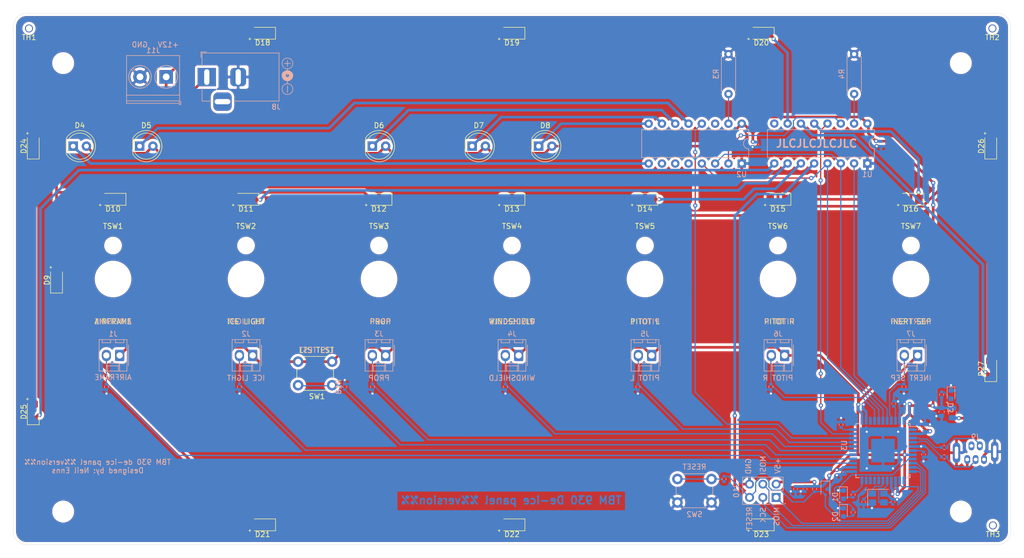
<source format=kicad_pcb>
(kicad_pcb (version 20171130) (host pcbnew "(5.1.10)-1")
  (layers (0 F.Cu signal) (31 B.Cu signal) (34 B.Paste user) (35 F.Paste user hide) (36 B.SilkS user) (37 F.SilkS user) (38 B.Mask user) (39 F.Mask user hide) (44 Edge.Cuts user))
  (net 0 "")
  (net 1 +5V)
  (net 2 GND)
  (net 3 AIRFRAME_1)
  (net 4 AIRFRAME_2)
  (net 5 PROP)
  (net 6 WINDSHIELD_1)
  (net 7 WINDSHIELD_2)
  (net 8 "Net-(U2-Pad14)")
  (net 9 +12V_LED)
  (net 10 BACKLIGHT1)
  (net 11 BACKLIGHT2)
  (net 12 "Net-(D12-Pad1)")
  (net 13 BACKLIGHT3)
  (net 14 "Net-(D15-Pad1)")
  (net 15 BACKLIGHT4)
  (net 16 "Net-(D18-Pad1)")
  (net 17 BACKLIGHT5)
  (net 18 LED_LATCH)
  (net 19 LED_CLOCK)
  (net 20 LED_DATA)
  (net 21 BACKLIGHT6)
  (net 22 "Net-(D10-Pad1)")
  (net 23 "Net-(D13-Pad1)")
  (net 24 "Net-(D19-Pad1)")
  (net 25 BACKLIGHT7)
  (net 26 /XTAL1)
  (net 27 /XTAL2)
  (net 28 "Net-(D1-Pad2)")
  (net 29 "Net-(D2-Pad2)")
  (net 30 "Net-(D3-Pad2)")
  (net 31 /MISO)
  (net 32 /SCK)
  (net 33 /MOSI)
  (net 34 /D+)
  (net 35 /D-)
  (net 36 /D17)
  (net 37 /D7)
  (net 38 /RXI)
  (net 39 /TXO)
  (net 40 INDICATOR_BRIGHT)
  (net 41 BACKLIGHT_BRIGHT)
  (net 42 SW_AIRFRAME)
  (net 43 SW_ICE_LIGHT)
  (net 44 SW_PROP)
  (net 45 SW_WINDSHIELD)
  (net 46 SW_PITOT_L)
  (net 47 SW_PITOT_R)
  (net 48 SW_INERT_SEP)
  (net 49 SW_LTS_TEST)
  (net 50 /D2)
  (net 51 "Net-(U1-Pad14)")
  (net 52 "Net-(C6-Pad1)")
  (net 53 "Net-(D21-Pad1)")
  (net 54 "Net-(J9-Pad4)")
  (net 55 "Net-(R5-Pad2)")
  (net 56 "Net-(D10-Pad2)")
  (net 57 "Net-(D22-Pad1)")
  (net 58 "Net-(D24-Pad1)")
  (net 59 "Net-(D26-Pad1)")
  (net 60 /DR-)
  (net 61 /DR+)
  (net 62 "Net-(C7-Pad1)")
  (net 63 "Net-(R9-Pad1)")
  (net 64 /D3)
  (net 65 "Net-(U3-Pad12)")
  (net 66 "Net-(R3-Pad2)")
  (net 67 "Net-(R4-Pad2)")
  (net 68 "Net-(R11-Pad1)")
  (net 69 RESET)
  (net 70 /VBUS)
  (net 71 "Net-(U2-Pad5)")
  (net 72 "Net-(U2-Pad6)")
  (net 73 "Net-(U2-Pad7)")
  (net 74 /A0)
  (net 75 "Net-(U1-Pad9)")
  (module Diode_SMD:D_SOD-323F (layer B.Cu) (at 194.47 133.477 270)
    (fp_text reference D17)
    (fp_text value D)
    (pad 1 smd rect (at -1.1 0 270) (size 0.5 0.5) (layers B.Cu B.Paste B.Mask) (net 1 +5V))
    (pad 2 smd rect (at 1.1 0 270) (size 0.5 0.5) (layers B.Cu B.Paste B.Mask) (net 69 RESET))
  )
  (module Button_Switch_THT:SW_PUSH_6mm_H4.3mm (layer B.Cu) (at 172.72 131.572 180)
    (fp_text reference SW2 (at 3.25 -6.773) (layer B.SilkS) (effects (justify mirror)))
    (fp_text value SW_Push)
    (pad 2 thru_hole circle (at 0 -4.5 90) (size 2 2) (drill 1.1) (layers *.Cu *.Mask) (net 2 GND))
    (pad 1 thru_hole circle (at 0 0 90) (size 2 2) (drill 1.1) (layers *.Cu *.Mask) (net 63 "Net-(R9-Pad1)"))
    (pad 2 thru_hole circle (at 6.5 -4.5 90) (size 2 2) (drill 1.1) (layers *.Cu *.Mask) (net 2 GND))
    (pad 1 thru_hole circle (at 6.5 0 90) (size 2 2) (drill 1.1) (layers *.Cu *.Mask) (net 63 "Net-(R9-Pad1)"))
  )
  (module Crystal:Crystal_SMD_3225-4Pin_3.2x2.5mm (layer B.Cu) (at 204.556 135.1995)
    (fp_text reference Y1)
    (fp_text value Crystal_GND24)
    (pad 1 smd rect (at -1.1 -0.85) (size 1.4 1.2) (layers B.Cu B.Paste B.Mask) (net 26 /XTAL1))
    (pad 2 smd rect (at 1.1 -0.85) (size 1.4 1.2) (layers B.Cu B.Paste B.Mask) (net 2 GND))
    (pad 3 smd rect (at 1.1 0.85) (size 1.4 1.2) (layers B.Cu B.Paste B.Mask) (net 27 /XTAL2))
    (pad 4 smd rect (at -1.1 0.85) (size 1.4 1.2) (layers B.Cu B.Paste B.Mask) (net 2 GND))
  )
  (module Connector_PinHeader_2.54mm:PinHeader_2x03_P2.54mm_Vertical (layer B.Cu) (at 185.07 135.095 90)
    (fp_text reference J10 (at 1.27 -7.6 90) (layer B.SilkS) (effects (justify mirror)))
    (fp_text value AVR-ISP-6)
    (pad 1 thru_hole rect (at 0 0 90) (size 1.7 1.7) (drill 1) (layers *.Cu *.Mask) (net 31 /MISO))
    (pad 2 thru_hole oval (at 2.54 0 90) (size 1.7 1.7) (drill 1) (layers *.Cu *.Mask) (net 1 +5V))
    (pad 3 thru_hole oval (at 0 -2.54 90) (size 1.7 1.7) (drill 1) (layers *.Cu *.Mask) (net 32 /SCK))
    (pad 4 thru_hole oval (at 2.54 -2.54 90) (size 1.7 1.7) (drill 1) (layers *.Cu *.Mask) (net 33 /MOSI))
    (pad 5 thru_hole oval (at 0 -5.08 90) (size 1.7 1.7) (drill 1) (layers *.Cu *.Mask) (net 69 RESET))
    (pad 6 thru_hole oval (at 2.54 -5.08 90) (size 1.7 1.7) (drill 1) (layers *.Cu *.Mask) (net 2 GND))
  )
  (module Button_Switch_THT:SW_PUSH_6mm_H9.5mm (layer F.Cu) (at 93.77 109.145)
    (fp_text reference SW1 (at 3.6 6.65) (layer F.SilkS))
    (fp_text value SW_Push)
    (pad 1 thru_hole circle (at 6.5 0 90) (size 2 2) (drill 1.1) (layers *.Cu *.Mask) (net 1 +5V))
    (pad 2 thru_hole circle (at 6.5 4.5 90) (size 2 2) (drill 1.1) (layers *.Cu *.Mask) (net 49 SW_LTS_TEST))
    (pad 1 thru_hole circle (at 0 0 90) (size 2 2) (drill 1.1) (layers *.Cu *.Mask) (net 1 +5V))
    (pad 2 thru_hole circle (at 0 4.5 90) (size 2 2) (drill 1.1) (layers *.Cu *.Mask) (net 49 SW_LTS_TEST))
  )
  (module MountingHole:MountingHole_3.2mm_M3 (layer F.Cu) (at 220.345 137.795)
    (fp_text reference HOLE4 hide)
    (fp_text value MountingHole)
    (pad 1 np_thru_hole circle (at 0 0) (size 3.2 3.2) (drill 3.2) (layers *.Cu *.Mask))
  )
  (module MountingHole:MountingHole_3.2mm_M3 (layer F.Cu) (at 220.345 52.07)
    (fp_text reference HOLE2)
    (fp_text value MountingHole)
    (pad 1 np_thru_hole circle (at 0 0) (size 3.2 3.2) (drill 3.2) (layers *.Cu *.Mask))
  )
  (module MountingHole:MountingHole_3.2mm_M3 (layer F.Cu) (at 48.895 137.795)
    (fp_text reference HOLE3)
    (fp_text value MountingHole)
    (pad 1 np_thru_hole circle (at 0 0) (size 3.2 3.2) (drill 3.2) (layers *.Cu *.Mask))
  )
  (module MountingHole:MountingHole_3.2mm_M3 (layer F.Cu) (at 48.895 52.07)
    (fp_text reference HOLE1)
    (fp_text value MountingHole)
    (pad 1 np_thru_hole circle (at 0 0) (size 3.2 3.2) (drill 3.2) (layers *.Cu *.Mask))
  )
  (module LED_THT:LED_D5.0mm (layer F.Cu) (at 50.8 67.945)
    (fp_text reference D4 (at 1.27 -3.96) (layer F.SilkS))
    (fp_text value "AIRFRAME 1")
    (pad 1 thru_hole rect (at 0 0) (size 1.8 1.8) (drill 0.9) (layers *.Cu *.Mask) (net 3 AIRFRAME_1))
    (pad 2 thru_hole circle (at 2.54 0) (size 1.8 1.8) (drill 0.9) (layers *.Cu *.Mask) (net 1 +5V))
  )
  (module LED_THT:LED_D5.0mm (layer F.Cu) (at 63.5 67.945)
    (fp_text reference D5 (at 1.27 -3.96) (layer F.SilkS))
    (fp_text value "AIRFRAME 2")
    (pad 2 thru_hole circle (at 2.54 0) (size 1.8 1.8) (drill 0.9) (layers *.Cu *.Mask) (net 1 +5V))
    (pad 1 thru_hole rect (at 0 0) (size 1.8 1.8) (drill 0.9) (layers *.Cu *.Mask) (net 4 AIRFRAME_2))
  )
  (module LED_THT:LED_D5.0mm (layer F.Cu) (at 107.95 67.945)
    (fp_text reference D6 (at 1.27 -3.96) (layer F.SilkS))
    (fp_text value PROP)
    (pad 1 thru_hole rect (at 0 0) (size 1.8 1.8) (drill 0.9) (layers *.Cu *.Mask) (net 5 PROP))
    (pad 2 thru_hole circle (at 2.54 0) (size 1.8 1.8) (drill 0.9) (layers *.Cu *.Mask) (net 1 +5V))
  )
  (module LED_THT:LED_D5.0mm (layer F.Cu) (at 127 67.945)
    (fp_text reference D7 (at 1.27 -3.96) (layer F.SilkS))
    (fp_text value "WINDSHIELD 1")
    (pad 2 thru_hole circle (at 2.54 0) (size 1.8 1.8) (drill 0.9) (layers *.Cu *.Mask) (net 1 +5V))
    (pad 1 thru_hole rect (at 0 0) (size 1.8 1.8) (drill 0.9) (layers *.Cu *.Mask) (net 6 WINDSHIELD_1))
  )
  (module LED_THT:LED_D5.0mm (layer F.Cu) (at 139.7 67.945)
    (fp_text reference D8 (at 1.27 -3.96) (layer F.SilkS))
    (fp_text value "WINDSHIELD 2")
    (pad 1 thru_hole rect (at 0 0) (size 1.8 1.8) (drill 0.9) (layers *.Cu *.Mask) (net 7 WINDSHIELD_2))
    (pad 2 thru_hole circle (at 2.54 0) (size 1.8 1.8) (drill 0.9) (layers *.Cu *.Mask) (net 1 +5V))
  )
  (module Connector_Molex:Molex_KK-254_AE-6410-02A_1x02_P2.54mm_Vertical (layer B.Cu) (at 59.69 107.95 180)
    (fp_text reference J1 (at 1.27 4.12) (layer B.SilkS) (effects (justify mirror)))
    (fp_text value SW_AIRFRAME_DE_ICE)
    (pad 1 thru_hole roundrect (at 0 0 180) (size 1.74 2.19) (drill 1.19) (layers *.Cu *.Mask) (roundrect_rratio 0.1436775862068966) (net 1 +5V))
    (pad 2 thru_hole oval (at 2.54 0 180) (size 1.74 2.19) (drill 1.19) (layers *.Cu *.Mask) (net 42 SW_AIRFRAME))
  )
  (module Connector_Molex:Molex_KK-254_AE-6410-02A_1x02_P2.54mm_Vertical (layer B.Cu) (at 85.09 107.95 180)
    (fp_text reference J2 (at 1.27 4.12) (layer B.SilkS) (effects (justify mirror)))
    (fp_text value SW_ICE_LIGHT)
    (pad 2 thru_hole oval (at 2.54 0 180) (size 1.74 2.19) (drill 1.19) (layers *.Cu *.Mask) (net 43 SW_ICE_LIGHT))
    (pad 1 thru_hole roundrect (at 0 0 180) (size 1.74 2.19) (drill 1.19) (layers *.Cu *.Mask) (roundrect_rratio 0.1436775862068966) (net 1 +5V))
  )
  (module Connector_Molex:Molex_KK-254_AE-6410-02A_1x02_P2.54mm_Vertical (layer B.Cu) (at 110.49 107.95 180)
    (fp_text reference J3 (at 1.27 4.12) (layer B.SilkS) (effects (justify mirror)))
    (fp_text value SW_PROP_DE_ICE)
    (pad 1 thru_hole roundrect (at 0 0 180) (size 1.74 2.19) (drill 1.19) (layers *.Cu *.Mask) (roundrect_rratio 0.1436775862068966) (net 1 +5V))
    (pad 2 thru_hole oval (at 2.54 0 180) (size 1.74 2.19) (drill 1.19) (layers *.Cu *.Mask) (net 44 SW_PROP))
  )
  (module Connector_Molex:Molex_KK-254_AE-6410-02A_1x02_P2.54mm_Vertical (layer B.Cu) (at 135.89 107.95 180)
    (fp_text reference J4 (at 1.27 4.12) (layer B.SilkS) (effects (justify mirror)))
    (fp_text value SW_WIND_SHIELD)
    (pad 2 thru_hole oval (at 2.54 0 180) (size 1.74 2.19) (drill 1.19) (layers *.Cu *.Mask) (net 45 SW_WINDSHIELD))
    (pad 1 thru_hole roundrect (at 0 0 180) (size 1.74 2.19) (drill 1.19) (layers *.Cu *.Mask) (roundrect_rratio 0.1436775862068966) (net 1 +5V))
  )
  (module Connector_Molex:Molex_KK-254_AE-6410-02A_1x02_P2.54mm_Vertical (layer B.Cu) (at 161.29 107.95 180)
    (fp_text reference J5 (at 1.27 4.12) (layer B.SilkS) (effects (justify mirror)))
    (fp_text value SW_PITOT_L_HTR)
    (pad 1 thru_hole roundrect (at 0 0 180) (size 1.74 2.19) (drill 1.19) (layers *.Cu *.Mask) (roundrect_rratio 0.1436775862068966) (net 1 +5V))
    (pad 2 thru_hole oval (at 2.54 0 180) (size 1.74 2.19) (drill 1.19) (layers *.Cu *.Mask) (net 46 SW_PITOT_L))
  )
  (module Connector_Molex:Molex_KK-254_AE-6410-02A_1x02_P2.54mm_Vertical (layer B.Cu) (at 186.69 107.95 180)
    (fp_text reference J6 (at 1.27 4.12) (layer B.SilkS) (effects (justify mirror)))
    (fp_text value SW_PITOT_R_HTR)
    (pad 2 thru_hole oval (at 2.54 0 180) (size 1.74 2.19) (drill 1.19) (layers *.Cu *.Mask) (net 47 SW_PITOT_R))
    (pad 1 thru_hole roundrect (at 0 0 180) (size 1.74 2.19) (drill 1.19) (layers *.Cu *.Mask) (roundrect_rratio 0.1436775862068966) (net 1 +5V))
  )
  (module Connector_Molex:Molex_KK-254_AE-6410-02A_1x02_P2.54mm_Vertical (layer B.Cu) (at 212.09 107.95 180)
    (fp_text reference J7 (at 1.27 4.12) (layer B.SilkS) (effects (justify mirror)))
    (fp_text value SW_INERT_SEP)
    (pad 1 thru_hole roundrect (at 0 0 180) (size 1.74 2.19) (drill 1.19) (layers *.Cu *.Mask) (roundrect_rratio 0.1436775862068966) (net 1 +5V))
    (pad 2 thru_hole oval (at 2.54 0 180) (size 1.74 2.19) (drill 1.19) (layers *.Cu *.Mask) (net 48 SW_INERT_SEP))
  )
  (module Capacitor_SMD:C_0603_1608Metric (layer B.Cu) (at 216.67 118.745 270)
    (fp_text reference C10)
    (fp_text value 10uF)
    (pad 2 smd roundrect (at 0.775 0 270) (size 0.9 0.95) (layers B.Cu B.Paste B.Mask) (net 2 GND))
    (pad 1 smd roundrect (at -0.775 0 270) (size 0.9 0.95) (layers B.Cu B.Paste B.Mask) (net 1 +5V))
  )
  (module Capacitor_SMD:C_0402_1005Metric (layer B.Cu) (at 201.77 135.945 270)
    (fp_text reference C16)
    (fp_text value 20pf)
    (pad 2 smd roundrect (at 0.48 0 270) (size 0.56 0.62) (layers B.Cu B.Paste B.Mask) (net 2 GND))
    (pad 1 smd roundrect (at -0.48 0 270) (size 0.56 0.62) (layers B.Cu B.Paste B.Mask) (net 26 /XTAL1))
  )
  (module Capacitor_SMD:C_0402_1005Metric (layer B.Cu) (at 207.37 135.945 90)
    (fp_text reference C17)
    (fp_text value 20pf)
    (pad 1 smd roundrect (at -0.48 0 90) (size 0.56 0.62) (layers B.Cu B.Paste B.Mask) (net 27 /XTAL2))
    (pad 2 smd roundrect (at 0.48 0 90) (size 0.56 0.62) (layers B.Cu B.Paste B.Mask) (net 2 GND))
  )
  (module Capacitor_SMD:C_0805_2012Metric (layer B.Cu) (at 218.7575 118.9355 270)
    (fp_text reference FB1)
    (fp_text value Ferrite_Bead_Small)
    (pad 1 smd roundrect (at -0.95 0 270) (size 1 1.45) (layers B.Cu B.Paste B.Mask) (net 1 +5V))
    (pad 2 smd roundrect (at 0.95 0 270) (size 1 1.45) (layers B.Cu B.Paste B.Mask) (net 70 /VBUS))
  )
  (module Capacitor_SMD:C_0603_1608Metric (layer B.Cu) (at 213.495 121.845 90)
    (fp_text reference C1)
    (fp_text value 10uF)
    (pad 1 smd roundrect (at -0.775 0 90) (size 0.9 0.95) (layers B.Cu B.Paste B.Mask) (net 1 +5V))
    (pad 2 smd roundrect (at 0.775 0 90) (size 0.9 0.95) (layers B.Cu B.Paste B.Mask) (net 2 GND))
  )
  (module Package_DIP:DIP-16_W7.62mm (layer B.Cu) (at 178.5 71.267 90)
    (fp_text reference U2 (at -2.078 -0.03 180) (layer B.SilkS) (effects (justify mirror)))
    (fp_text value TLC5917IN)
    (pad 1 thru_hole rect (at 0 0 90) (size 1.6 1.6) (drill 0.8) (layers *.Cu *.Mask) (net 2 GND))
    (pad 9 thru_hole oval (at 7.62 -17.78 90) (size 1.6 1.6) (drill 0.8) (layers *.Cu *.Mask) (net 7 WINDSHIELD_2))
    (pad 2 thru_hole oval (at 0 -2.54 90) (size 1.6 1.6) (drill 0.8) (layers *.Cu *.Mask) (net 51 "Net-(U1-Pad14)"))
    (pad 10 thru_hole oval (at 7.62 -15.24 90) (size 1.6 1.6) (drill 0.8) (layers *.Cu *.Mask) (net 6 WINDSHIELD_1))
    (pad 3 thru_hole oval (at 0 -5.08 90) (size 1.6 1.6) (drill 0.8) (layers *.Cu *.Mask) (net 19 LED_CLOCK))
    (pad 11 thru_hole oval (at 7.62 -12.7 90) (size 1.6 1.6) (drill 0.8) (layers *.Cu *.Mask) (net 5 PROP))
    (pad 4 thru_hole oval (at 0 -7.62 90) (size 1.6 1.6) (drill 0.8) (layers *.Cu *.Mask) (net 18 LED_LATCH))
    (pad 12 thru_hole oval (at 7.62 -10.16 90) (size 1.6 1.6) (drill 0.8) (layers *.Cu *.Mask) (net 4 AIRFRAME_2))
    (pad 5 thru_hole oval (at 0 -10.16 90) (size 1.6 1.6) (drill 0.8) (layers *.Cu *.Mask) (net 71 "Net-(U2-Pad5)"))
    (pad 13 thru_hole oval (at 7.62 -7.62 90) (size 1.6 1.6) (drill 0.8) (layers *.Cu *.Mask) (net 40 INDICATOR_BRIGHT))
    (pad 6 thru_hole oval (at 0 -12.7 90) (size 1.6 1.6) (drill 0.8) (layers *.Cu *.Mask) (net 72 "Net-(U2-Pad6)"))
    (pad 14 thru_hole oval (at 7.62 -5.08 90) (size 1.6 1.6) (drill 0.8) (layers *.Cu *.Mask) (net 8 "Net-(U2-Pad14)"))
    (pad 7 thru_hole oval (at 0 -15.24 90) (size 1.6 1.6) (drill 0.8) (layers *.Cu *.Mask) (net 73 "Net-(U2-Pad7)"))
    (pad 15 thru_hole oval (at 7.62 -2.54 90) (size 1.6 1.6) (drill 0.8) (layers *.Cu *.Mask) (net 66 "Net-(R3-Pad2)"))
    (pad 8 thru_hole oval (at 0 -17.78 90) (size 1.6 1.6) (drill 0.8) (layers *.Cu *.Mask) (net 3 AIRFRAME_1))
    (pad 16 thru_hole oval (at 7.62 0 90) (size 1.6 1.6) (drill 0.8) (layers *.Cu *.Mask) (net 1 +5V))
  )
  (module Package_DIP:DIP-16_W7.62mm (layer B.Cu) (at 202.5 71.244 90)
    (fp_text reference U1 (at -2.101 -0.03 180) (layer B.SilkS) (effects (justify mirror)))
    (fp_text value TLC5917IN)
    (pad 16 thru_hole oval (at 7.62 0 90) (size 1.6 1.6) (drill 0.8) (layers *.Cu *.Mask) (net 1 +5V))
    (pad 8 thru_hole oval (at 0 -17.78 90) (size 1.6 1.6) (drill 0.8) (layers *.Cu *.Mask) (net 21 BACKLIGHT6))
    (pad 15 thru_hole oval (at 7.62 -2.54 90) (size 1.6 1.6) (drill 0.8) (layers *.Cu *.Mask) (net 67 "Net-(R4-Pad2)"))
    (pad 7 thru_hole oval (at 0 -15.24 90) (size 1.6 1.6) (drill 0.8) (layers *.Cu *.Mask) (net 10 BACKLIGHT1))
    (pad 14 thru_hole oval (at 7.62 -5.08 90) (size 1.6 1.6) (drill 0.8) (layers *.Cu *.Mask) (net 51 "Net-(U1-Pad14)"))
    (pad 6 thru_hole oval (at 0 -12.7 90) (size 1.6 1.6) (drill 0.8) (layers *.Cu *.Mask) (net 11 BACKLIGHT2))
    (pad 13 thru_hole oval (at 7.62 -7.62 90) (size 1.6 1.6) (drill 0.8) (layers *.Cu *.Mask) (net 41 BACKLIGHT_BRIGHT))
    (pad 5 thru_hole oval (at 0 -10.16 90) (size 1.6 1.6) (drill 0.8) (layers *.Cu *.Mask) (net 17 BACKLIGHT5))
    (pad 12 thru_hole oval (at 7.62 -10.16 90) (size 1.6 1.6) (drill 0.8) (layers *.Cu *.Mask) (net 13 BACKLIGHT3))
    (pad 4 thru_hole oval (at 0 -7.62 90) (size 1.6 1.6) (drill 0.8) (layers *.Cu *.Mask) (net 18 LED_LATCH))
    (pad 11 thru_hole oval (at 7.62 -12.7 90) (size 1.6 1.6) (drill 0.8) (layers *.Cu *.Mask) (net 25 BACKLIGHT7))
    (pad 3 thru_hole oval (at 0 -5.08 90) (size 1.6 1.6) (drill 0.8) (layers *.Cu *.Mask) (net 19 LED_CLOCK))
    (pad 10 thru_hole oval (at 7.62 -15.24 90) (size 1.6 1.6) (drill 0.8) (layers *.Cu *.Mask) (net 15 BACKLIGHT4))
    (pad 2 thru_hole oval (at 0 -2.54 90) (size 1.6 1.6) (drill 0.8) (layers *.Cu *.Mask) (net 20 LED_DATA))
    (pad 9 thru_hole oval (at 7.62 -17.78 90) (size 1.6 1.6) (drill 0.8) (layers *.Cu *.Mask) (net 75 "Net-(U1-Pad9)"))
    (pad 1 thru_hole rect (at 0 0 90) (size 1.6 1.6) (drill 0.8) (layers *.Cu *.Mask) (net 2 GND))
  )
  (module Package_QFP:TQFP-44-1EP_10x10mm_P0.8mm_EP4.5x4.5mm (layer B.Cu) (at 205.47 126.145 180)
    (fp_text reference U3 (at 7.4 1 90) (layer B.SilkS) (effects (justify mirror)))
    (fp_text value ATmega32U4-MU)
    (pad 1 smd rect (at -5.7 4 180) (size 1.5 0.55) (layers B.Cu B.Paste B.Mask) (net 37 /D7))
    (pad 2 smd rect (at -5.7 3.2 180) (size 1.5 0.55) (layers B.Cu B.Paste B.Mask) (net 1 +5V))
    (pad 3 smd rect (at -5.7 2.4 180) (size 1.5 0.55) (layers B.Cu B.Paste B.Mask) (net 35 /D-))
    (pad 4 smd rect (at -5.7 1.6 180) (size 1.5 0.55) (layers B.Cu B.Paste B.Mask) (net 34 /D+))
    (pad 5 smd rect (at -5.7 0.8 180) (size 1.5 0.55) (layers B.Cu B.Paste B.Mask) (net 2 GND))
    (pad 6 smd rect (at -5.7 0 180) (size 1.5 0.55) (layers B.Cu B.Paste B.Mask) (net 62 "Net-(C7-Pad1)"))
    (pad 7 smd rect (at -5.7 -0.8 180) (size 1.5 0.55) (layers B.Cu B.Paste B.Mask) (net 1 +5V))
    (pad 8 smd rect (at -5.7 -1.6 180) (size 1.5 0.55) (layers B.Cu B.Paste B.Mask) (net 36 /D17))
    (pad 9 smd rect (at -5.7 -2.4 180) (size 1.5 0.55) (layers B.Cu B.Paste B.Mask) (net 32 /SCK))
    (pad 10 smd rect (at -5.7 -3.2 180) (size 1.5 0.55) (layers B.Cu B.Paste B.Mask) (net 33 /MOSI))
    (pad 11 smd rect (at -5.7 -4 180) (size 1.5 0.55) (layers B.Cu B.Paste B.Mask) (net 31 /MISO))
    (pad 12 smd rect (at -4 -5.7 90) (size 1.5 0.55) (layers B.Cu B.Paste B.Mask) (net 65 "Net-(U3-Pad12)"))
    (pad 13 smd rect (at -3.2 -5.7 90) (size 1.5 0.55) (layers B.Cu B.Paste B.Mask) (net 69 RESET))
    (pad 14 smd rect (at -2.4 -5.7 90) (size 1.5 0.55) (layers B.Cu B.Paste B.Mask) (net 1 +5V))
    (pad 15 smd rect (at -1.6 -5.7 90) (size 1.5 0.55) (layers B.Cu B.Paste B.Mask) (net 2 GND))
    (pad 16 smd rect (at -0.8 -5.7 90) (size 1.5 0.55) (layers B.Cu B.Paste B.Mask) (net 27 /XTAL2))
    (pad 17 smd rect (at 0 -5.7 90) (size 1.5 0.55) (layers B.Cu B.Paste B.Mask) (net 26 /XTAL1))
    (pad 18 smd rect (at 0.8 -5.7 90) (size 1.5 0.55) (layers B.Cu B.Paste B.Mask) (net 64 /D3))
    (pad 19 smd rect (at 1.6 -5.7 90) (size 1.5 0.55) (layers B.Cu B.Paste B.Mask) (net 50 /D2))
    (pad 20 smd rect (at 2.4 -5.7 90) (size 1.5 0.55) (layers B.Cu B.Paste B.Mask) (net 38 /RXI))
    (pad 21 smd rect (at 3.2 -5.7 90) (size 1.5 0.55) (layers B.Cu B.Paste B.Mask) (net 39 /TXO))
    (pad 22 smd rect (at 4 -5.7 90) (size 1.5 0.55) (layers B.Cu B.Paste B.Mask) (net 55 "Net-(R5-Pad2)"))
    (pad 23 smd rect (at 5.7 -4 180) (size 1.5 0.55) (layers B.Cu B.Paste B.Mask) (net 2 GND))
    (pad 24 smd rect (at 5.7 -3.2 180) (size 1.5 0.55) (layers B.Cu B.Paste B.Mask) (net 1 +5V))
    (pad 25 smd rect (at 5.7 -2.4 180) (size 1.5 0.55) (layers B.Cu B.Paste B.Mask) (net 42 SW_AIRFRAME))
    (pad 26 smd rect (at 5.7 -1.6 180) (size 1.5 0.55) (layers B.Cu B.Paste B.Mask) (net 43 SW_ICE_LIGHT))
    (pad 27 smd rect (at 5.7 -0.8 180) (size 1.5 0.55) (layers B.Cu B.Paste B.Mask) (net 49 SW_LTS_TEST))
    (pad 28 smd rect (at 5.7 0 180) (size 1.5 0.55) (layers B.Cu B.Paste B.Mask) (net 44 SW_PROP))
    (pad 29 smd rect (at 5.7 0.8 180) (size 1.5 0.55) (layers B.Cu B.Paste B.Mask) (net 45 SW_WINDSHIELD))
    (pad 30 smd rect (at 5.7 1.6 180) (size 1.5 0.55) (layers B.Cu B.Paste B.Mask) (net 46 SW_PITOT_L))
    (pad 31 smd rect (at 5.7 2.4 180) (size 1.5 0.55) (layers B.Cu B.Paste B.Mask) (net 40 INDICATOR_BRIGHT))
    (pad 32 smd rect (at 5.7 3.2 180) (size 1.5 0.55) (layers B.Cu B.Paste B.Mask) (net 41 BACKLIGHT_BRIGHT))
    (pad 33 smd rect (at 5.7 4 180) (size 1.5 0.55) (layers B.Cu B.Paste B.Mask) (net 68 "Net-(R11-Pad1)"))
    (pad 34 smd rect (at 4 5.7 90) (size 1.5 0.55) (layers B.Cu B.Paste B.Mask) (net 1 +5V))
    (pad 35 smd rect (at 3.2 5.7 90) (size 1.5 0.55) (layers B.Cu B.Paste B.Mask) (net 2 GND))
    (pad 36 smd rect (at 2.4 5.7 90) (size 1.5 0.55) (layers B.Cu B.Paste B.Mask) (net 74 /A0))
    (pad 37 smd rect (at 1.6 5.7 90) (size 1.5 0.55) (layers B.Cu B.Paste B.Mask) (net 47 SW_PITOT_R))
    (pad 38 smd rect (at 0.8 5.7 90) (size 1.5 0.55) (layers B.Cu B.Paste B.Mask) (net 18 LED_LATCH))
    (pad 39 smd rect (at 0 5.7 90) (size 1.5 0.55) (layers B.Cu B.Paste B.Mask) (net 19 LED_CLOCK))
    (pad 40 smd rect (at -0.8 5.7 90) (size 1.5 0.55) (layers B.Cu B.Paste B.Mask) (net 20 LED_DATA))
    (pad 41 smd rect (at -1.6 5.7 90) (size 1.5 0.55) (layers B.Cu B.Paste B.Mask) (net 48 SW_INERT_SEP))
    (pad 42 smd rect (at -2.4 5.7 90) (size 1.5 0.55) (layers B.Cu B.Paste B.Mask) (net 52 "Net-(C6-Pad1)"))
    (pad 43 smd rect (at -3.2 5.7 90) (size 1.5 0.55) (layers B.Cu B.Paste B.Mask) (net 2 GND))
    (pad 44 smd rect (at -4 5.7 90) (size 1.5 0.55) (layers B.Cu B.Paste B.Mask) (net 1 +5V))
    (pad 45 smd rect (at 0 0 180) (size 4.5 4.5) (layers B.Cu B.Mask) (net 2 GND))
  )
  (module Capacitor_SMD:C_0402_1005Metric (layer B.Cu) (at 201.22 118.145)
    (fp_text reference C2)
    (fp_text value 100nf)
    (pad 2 smd roundrect (at 0.48 0) (size 0.56 0.62) (layers B.Cu B.Paste B.Mask) (net 2 GND))
    (pad 1 smd roundrect (at -0.48 0) (size 0.56 0.62) (layers B.Cu B.Paste B.Mask) (net 1 +5V))
  )
  (module Capacitor_SMD:C_0402_1005Metric (layer B.Cu) (at 207.77 133.645 180)
    (fp_text reference C3)
    (fp_text value 100nf)
    (pad 1 smd roundrect (at -0.48 0 180) (size 0.56 0.62) (layers B.Cu B.Paste B.Mask) (net 1 +5V))
    (pad 2 smd roundrect (at 0.48 0 180) (size 0.56 0.62) (layers B.Cu B.Paste B.Mask) (net 2 GND))
  )
  (module Capacitor_SMD:C_0402_1005Metric (layer B.Cu) (at 210.046 118.071 180)
    (fp_text reference C4)
    (fp_text value 100nf)
    (pad 2 smd roundrect (at 0.48 0 180) (size 0.56 0.62) (layers B.Cu B.Paste B.Mask) (net 2 GND))
    (pad 1 smd roundrect (at -0.48 0 180) (size 0.56 0.62) (layers B.Cu B.Paste B.Mask) (net 1 +5V))
  )
  (module Capacitor_SMD:C_0402_1005Metric (layer B.Cu) (at 197.47 130.2395 270)
    (fp_text reference C5)
    (fp_text value 100nf)
    (pad 1 smd roundrect (at -0.48 0 270) (size 0.56 0.62) (layers B.Cu B.Paste B.Mask) (net 1 +5V))
    (pad 2 smd roundrect (at 0.48 0 270) (size 0.56 0.62) (layers B.Cu B.Paste B.Mask) (net 2 GND))
  )
  (module Capacitor_SMD:C_0402_1005Metric (layer B.Cu) (at 207.531 117.1745 90)
    (fp_text reference C6)
    (fp_text value 1uF)
    (pad 1 smd roundrect (at -0.48 0 90) (size 0.56 0.62) (layers B.Cu B.Paste B.Mask) (net 52 "Net-(C6-Pad1)"))
    (pad 2 smd roundrect (at 0.48 0 90) (size 0.56 0.62) (layers B.Cu B.Paste B.Mask) (net 2 GND))
  )
  (module Capacitor_SMD:C_0402_1005Metric (layer B.Cu) (at 213.22 126.895 270)
    (fp_text reference C7)
    (fp_text value 1uF)
    (pad 2 smd roundrect (at 0.48 0 270) (size 0.56 0.62) (layers B.Cu B.Paste B.Mask) (net 2 GND))
    (pad 1 smd roundrect (at -0.48 0 270) (size 0.56 0.62) (layers B.Cu B.Paste B.Mask) (net 62 "Net-(C7-Pad1)"))
  )
  (module Capacitor_SMD:C_0402_1005Metric (layer B.Cu) (at 205.106 67.4975 90)
    (fp_text reference C8)
    (fp_text value 100nf)
    (pad 1 smd roundrect (at -0.48 0 90) (size 0.56 0.62) (layers B.Cu B.Paste B.Mask) (net 2 GND))
    (pad 2 smd roundrect (at 0.48 0 90) (size 0.56 0.62) (layers B.Cu B.Paste B.Mask) (net 1 +5V))
  )
  (module Capacitor_SMD:C_0402_1005Metric (layer B.Cu) (at 181.37 67.645 90)
    (fp_text reference C9)
    (fp_text value 100nf)
    (pad 2 smd roundrect (at 0.48 0 90) (size 0.56 0.62) (layers B.Cu B.Paste B.Mask) (net 1 +5V))
    (pad 1 smd roundrect (at -0.48 0 90) (size 0.56 0.62) (layers B.Cu B.Paste B.Mask) (net 2 GND))
  )
  (module Capacitor_SMD:C_0402_1005Metric (layer B.Cu) (at 190.5905 133.477 270)
    (fp_text reference C11)
    (fp_text value 100nf)
    (pad 1 smd roundrect (at -0.48 0 270) (size 0.56 0.62) (layers B.Cu B.Paste B.Mask) (net 1 +5V))
    (pad 2 smd roundrect (at 0.48 0 270) (size 0.56 0.62) (layers B.Cu B.Paste B.Mask) (net 2 GND))
  )
  (module Capacitor_SMD:C_0402_1005Metric (layer B.Cu) (at 188.77 133.477 270)
    (fp_text reference C12)
    (fp_text value 100nf)
    (pad 2 smd roundrect (at 0.48 0 270) (size 0.56 0.62) (layers B.Cu B.Paste B.Mask) (net 2 GND))
    (pad 1 smd roundrect (at -0.48 0 270) (size 0.56 0.62) (layers B.Cu B.Paste B.Mask) (net 1 +5V))
  )
  (module Resistor_SMD:R_0402_1005Metric (layer B.Cu) (at 199.77 137.945 270)
    (fp_text reference R2)
    (fp_text value 330)
    (pad 2 smd roundrect (at 0.51 0 270) (size 0.54 0.64) (layers B.Cu B.Paste B.Mask) (net 28 "Net-(D1-Pad2)"))
    (pad 1 smd roundrect (at -0.51 0 270) (size 0.54 0.64) (layers B.Cu B.Paste B.Mask) (net 36 /D17))
  )
  (module Resistor_SMD:R_0402_1005Metric (layer B.Cu) (at 199.77 134.5565 90)
    (fp_text reference R5)
    (fp_text value 330)
    (pad 1 smd roundrect (at -0.51 0 90) (size 0.54 0.64) (layers B.Cu B.Paste B.Mask) (net 29 "Net-(D2-Pad2)"))
    (pad 2 smd roundrect (at 0.51 0 90) (size 0.54 0.64) (layers B.Cu B.Paste B.Mask) (net 55 "Net-(R5-Pad2)"))
  )
  (module Resistor_SMD:R_0402_1005Metric (layer B.Cu) (at 216.67 115.4415 90)
    (fp_text reference R6)
    (fp_text value 1K)
    (pad 2 smd roundrect (at 0.51 0 90) (size 0.54 0.64) (layers B.Cu B.Paste B.Mask) (net 30 "Net-(D3-Pad2)"))
    (pad 1 smd roundrect (at -0.51 0 90) (size 0.54 0.64) (layers B.Cu B.Paste B.Mask) (net 1 +5V))
  )
  (module Resistor_SMD:R_0402_1005Metric (layer B.Cu) (at 217.17 127.345 180)
    (fp_text reference R7)
    (fp_text value 22)
    (pad 2 smd roundrect (at 0.51 0 180) (size 0.54 0.64) (layers B.Cu B.Paste B.Mask) (net 34 /D+))
    (pad 1 smd roundrect (at -0.51 0 180) (size 0.54 0.64) (layers B.Cu B.Paste B.Mask) (net 61 /DR+))
  )
  (module Resistor_SMD:R_0402_1005Metric (layer B.Cu) (at 217.17 125.545 180)
    (fp_text reference R8)
    (fp_text value 22)
    (pad 1 smd roundrect (at -0.51 0 180) (size 0.54 0.64) (layers B.Cu B.Paste B.Mask) (net 60 /DR-))
    (pad 2 smd roundrect (at 0.51 0 180) (size 0.54 0.64) (layers B.Cu B.Paste B.Mask) (net 35 /D-))
  )
  (module Resistor_SMD:R_0402_1005Metric (layer B.Cu) (at 175.133 131.572 90)
    (fp_text reference R9)
    (fp_text value 330)
    (pad 1 smd roundrect (at -0.51 0 90) (size 0.54 0.64) (layers B.Cu B.Paste B.Mask) (net 63 "Net-(R9-Pad1)"))
    (pad 2 smd roundrect (at 0.51 0 90) (size 0.54 0.64) (layers B.Cu B.Paste B.Mask) (net 69 RESET))
  )
  (module Resistor_SMD:R_0402_1005Metric (layer B.Cu) (at 192.405 133.477 270)
    (fp_text reference R10)
    (fp_text value 10K)
    (pad 2 smd roundrect (at 0.51 0 270) (size 0.54 0.64) (layers B.Cu B.Paste B.Mask) (net 69 RESET))
    (pad 1 smd roundrect (at -0.51 0 270) (size 0.54 0.64) (layers B.Cu B.Paste B.Mask) (net 1 +5V))
  )
  (module Resistor_SMD:R_0402_1005Metric (layer B.Cu) (at 197.47 121.195 90)
    (fp_text reference R11)
    (fp_text value 10K)
    (pad 1 smd roundrect (at -0.51 0 90) (size 0.54 0.64) (layers B.Cu B.Paste B.Mask) (net 68 "Net-(R11-Pad1)"))
    (pad 2 smd roundrect (at 0.51 0 90) (size 0.54 0.64) (layers B.Cu B.Paste B.Mask) (net 2 GND))
  )
  (module Resistor_THT:R_Axial_DIN0207_L6.3mm_D2.5mm_P7.62mm_Horizontal (layer B.Cu) (at 175.97 50.345 270)
    (fp_text reference R3 (at 3.81 2.37 90) (layer B.SilkS) (effects (justify mirror)))
    (fp_text value 1k)
    (pad 2 thru_hole oval (at 7.62 0 270) (size 1.6 1.6) (drill 0.8) (layers *.Cu *.Mask) (net 66 "Net-(R3-Pad2)"))
    (pad 1 thru_hole circle (at 0 0 270) (size 1.6 1.6) (drill 0.8) (layers *.Cu *.Mask) (net 2 GND))
  )
  (module Resistor_THT:R_Axial_DIN0207_L6.3mm_D2.5mm_P7.62mm_Horizontal (layer B.Cu) (at 199.97 50.345 270)
    (fp_text reference R4 (at 3.81 2.37 90) (layer B.SilkS) (effects (justify mirror)))
    (fp_text value 1k)
    (pad 1 thru_hole circle (at 0 0 270) (size 1.6 1.6) (drill 0.8) (layers *.Cu *.Mask) (net 2 GND))
    (pad 2 thru_hole oval (at 7.62 0 270) (size 1.6 1.6) (drill 0.8) (layers *.Cu *.Mask) (net 67 "Net-(R4-Pad2)"))
  )
  (module Resistor_SMD:R_0402_1005Metric (layer B.Cu) (at 57.17 113.955 270)
    (fp_text reference R1)
    (fp_text value 10k)
    (pad 2 smd roundrect (at 0.51 0 270) (size 0.54 0.64) (layers B.Cu B.Paste B.Mask) (net 2 GND))
    (pad 1 smd roundrect (at -0.51 0 270) (size 0.54 0.64) (layers B.Cu B.Paste B.Mask) (net 42 SW_AIRFRAME))
  )
  (module Resistor_SMD:R_0402_1005Metric (layer B.Cu) (at 82.57 113.955 270)
    (fp_text reference R12)
    (fp_text value 10k)
    (pad 1 smd roundrect (at -0.51 0 270) (size 0.54 0.64) (layers B.Cu B.Paste B.Mask) (net 43 SW_ICE_LIGHT))
    (pad 2 smd roundrect (at 0.51 0 270) (size 0.54 0.64) (layers B.Cu B.Paste B.Mask) (net 2 GND))
  )
  (module Resistor_SMD:R_0402_1005Metric (layer B.Cu) (at 107.97 113.955 270)
    (fp_text reference R13)
    (fp_text value 10k)
    (pad 1 smd roundrect (at -0.51 0 270) (size 0.54 0.64) (layers B.Cu B.Paste B.Mask) (net 44 SW_PROP))
    (pad 2 smd roundrect (at 0.51 0 270) (size 0.54 0.64) (layers B.Cu B.Paste B.Mask) (net 2 GND))
  )
  (module Resistor_SMD:R_0402_1005Metric (layer B.Cu) (at 133.37 113.955 270)
    (fp_text reference R14)
    (fp_text value 10k)
    (pad 2 smd roundrect (at 0.51 0 270) (size 0.54 0.64) (layers B.Cu B.Paste B.Mask) (net 2 GND))
    (pad 1 smd roundrect (at -0.51 0 270) (size 0.54 0.64) (layers B.Cu B.Paste B.Mask) (net 45 SW_WINDSHIELD))
  )
  (module Resistor_SMD:R_0402_1005Metric (layer B.Cu) (at 158.67 113.955 270)
    (fp_text reference R15)
    (fp_text value 10k)
    (pad 1 smd roundrect (at -0.51 0 270) (size 0.54 0.64) (layers B.Cu B.Paste B.Mask) (net 46 SW_PITOT_L))
    (pad 2 smd roundrect (at 0.51 0 270) (size 0.54 0.64) (layers B.Cu B.Paste B.Mask) (net 2 GND))
  )
  (module Resistor_SMD:R_0402_1005Metric (layer B.Cu) (at 184.07 113.955 270)
    (fp_text reference R16)
    (fp_text value 10k)
    (pad 2 smd roundrect (at 0.51 0 270) (size 0.54 0.64) (layers B.Cu B.Paste B.Mask) (net 2 GND))
    (pad 1 smd roundrect (at -0.51 0 270) (size 0.54 0.64) (layers B.Cu B.Paste B.Mask) (net 47 SW_PITOT_R))
  )
  (module Resistor_SMD:R_0402_1005Metric (layer B.Cu) (at 209.47 113.955 270)
    (fp_text reference R17)
    (fp_text value 10k)
    (pad 1 smd roundrect (at -0.51 0 270) (size 0.54 0.64) (layers B.Cu B.Paste B.Mask) (net 48 SW_INERT_SEP))
    (pad 2 smd roundrect (at 0.51 0 270) (size 0.54 0.64) (layers B.Cu B.Paste B.Mask) (net 2 GND))
  )
  (module Resistor_SMD:R_0402_1005Metric (layer B.Cu) (at 102.67 113.955 270)
    (fp_text reference R18 (at 0 1.17 270) (layer B.SilkS) (effects (justify mirror)))
    (fp_text value 10k)
    (pad 1 smd roundrect (at -0.51 0 270) (size 0.54 0.64) (layers B.Cu B.Paste B.Mask) (net 2 GND))
    (pad 2 smd roundrect (at 0.51 0 270) (size 0.54 0.64) (layers B.Cu B.Paste B.Mask) (net 49 SW_LTS_TEST))
  )
  (module "TBM930 - De-ice panel:LED_0603_1608Metric" (layer B.Cu) (at 197.92 137.945 270)
    (fp_text reference D1 (at -2.9 1.55 270) (layer B.SilkS) (effects (justify mirror)))
    (fp_text value YELLOW)
    (pad 1 smd roundrect (at -0.7875 0 270) (size 0.875 0.95) (layers B.Cu B.Paste B.Mask) (net 2 GND))
    (pad 2 smd roundrect (at 0.7875 0 270) (size 0.875 0.95) (layers B.Cu B.Paste B.Mask) (net 28 "Net-(D1-Pad2)"))
  )
  (module "TBM930 - De-ice panel:LED_0603_1608Metric" (layer B.Cu) (at 197.9295 134.5565 270)
    (fp_text reference D2 (at 4.1885 1.5595 90) (layer B.SilkS) (effects (justify mirror)))
    (fp_text value GREEN)
    (pad 2 smd roundrect (at 0.7875 0 270) (size 0.875 0.95) (layers B.Cu B.Paste B.Mask) (net 29 "Net-(D2-Pad2)"))
    (pad 1 smd roundrect (at -0.7875 0 270) (size 0.875 0.95) (layers B.Cu B.Paste B.Mask) (net 2 GND))
  )
  (module "TBM930 - De-ice panel:LED_0603_1608Metric" (layer B.Cu) (at 218.47 115.445 270)
    (fp_text reference D3 (at 2.5 0.05 90) (layer B.SilkS) (effects (justify mirror)))
    (fp_text value GREEN)
    (pad 1 smd roundrect (at -0.7875 0 270) (size 0.875 0.95) (layers B.Cu B.Paste B.Mask) (net 2 GND))
    (pad 2 smd roundrect (at 0.7875 0 270) (size 0.875 0.95) (layers B.Cu B.Paste B.Mask) (net 30 "Net-(D3-Pad2)"))
  )
  (module "TBM930 - De-ice panel:LED_1206_3216Metric_Pad1.42x1.75mm_HandSolder" (layer F.Cu) (at 47.625 93.5625 90)
    (fp_text reference D9 (at 0 -1.82 90) (layer F.SilkS))
    (fp_text value LED)
    (pad 1 smd roundrect (at -1.4875 0 90) (size 1.425 1.75) (layers F.Cu F.Paste F.Mask) (roundrect_rratio 0.1754385964912281) (net 56 "Net-(D10-Pad2)"))
    (pad 2 smd roundrect (at 1.4875 0 90) (size 1.425 1.75) (layers F.Cu F.Paste F.Mask) (roundrect_rratio 0.1754385964912281) (net 9 +12V_LED))
  )
  (module "TBM930 - De-ice panel:LED_1206_3216Metric_Pad1.42x1.75mm_HandSolder" (layer F.Cu) (at 58.42 78.105 180)
    (fp_text reference D10 (at 0 -1.82) (layer F.SilkS))
    (fp_text value LED)
    (pad 1 smd roundrect (at -1.4875 0 180) (size 1.425 1.75) (layers F.Cu F.Paste F.Mask) (roundrect_rratio 0.1754385964912281) (net 22 "Net-(D10-Pad1)"))
    (pad 2 smd roundrect (at 1.4875 0 180) (size 1.425 1.75) (layers F.Cu F.Paste F.Mask) (roundrect_rratio 0.1754385964912281) (net 56 "Net-(D10-Pad2)"))
  )
  (module "TBM930 - De-ice panel:LED_1206_3216Metric_Pad1.42x1.75mm_HandSolder" (layer F.Cu) (at 83.82 78.105 180)
    (fp_text reference D11 (at 0 -1.82) (layer F.SilkS))
    (fp_text value LED)
    (pad 2 smd roundrect (at 1.4875 0 180) (size 1.425 1.75) (layers F.Cu F.Paste F.Mask) (roundrect_rratio 0.1754385964912281) (net 22 "Net-(D10-Pad1)"))
    (pad 1 smd roundrect (at -1.4875 0 180) (size 1.425 1.75) (layers F.Cu F.Paste F.Mask) (roundrect_rratio 0.1754385964912281) (net 10 BACKLIGHT1))
  )
  (module "TBM930 - De-ice panel:LED_1206_3216Metric_Pad1.42x1.75mm_HandSolder" (layer F.Cu) (at 109.22 78.105 180)
    (fp_text reference D12 (at 0 -1.82) (layer F.SilkS))
    (fp_text value LED)
    (pad 2 smd roundrect (at 1.4875 0 180) (size 1.425 1.75) (layers F.Cu F.Paste F.Mask) (roundrect_rratio 0.1754385964912281) (net 9 +12V_LED))
    (pad 1 smd roundrect (at -1.4875 0 180) (size 1.425 1.75) (layers F.Cu F.Paste F.Mask) (roundrect_rratio 0.1754385964912281) (net 12 "Net-(D12-Pad1)"))
  )
  (module "TBM930 - De-ice panel:LED_1206_3216Metric_Pad1.42x1.75mm_HandSolder" (layer F.Cu) (at 134.62 78.105 180)
    (fp_text reference D13 (at 0 -1.82) (layer F.SilkS))
    (fp_text value LED)
    (pad 1 smd roundrect (at -1.4875 0 180) (size 1.425 1.75) (layers F.Cu F.Paste F.Mask) (roundrect_rratio 0.1754385964912281) (net 23 "Net-(D13-Pad1)"))
    (pad 2 smd roundrect (at 1.4875 0 180) (size 1.425 1.75) (layers F.Cu F.Paste F.Mask) (roundrect_rratio 0.1754385964912281) (net 12 "Net-(D12-Pad1)"))
  )
  (module "TBM930 - De-ice panel:LED_1206_3216Metric_Pad1.42x1.75mm_HandSolder" (layer F.Cu) (at 160.02 78.105 180)
    (fp_text reference D14 (at 0 -1.82) (layer F.SilkS))
    (fp_text value LED)
    (pad 2 smd roundrect (at 1.4875 0 180) (size 1.425 1.75) (layers F.Cu F.Paste F.Mask) (roundrect_rratio 0.1754385964912281) (net 23 "Net-(D13-Pad1)"))
    (pad 1 smd roundrect (at -1.4875 0 180) (size 1.425 1.75) (layers F.Cu F.Paste F.Mask) (roundrect_rratio 0.1754385964912281) (net 11 BACKLIGHT2))
  )
  (module "TBM930 - De-ice panel:LED_1206_3216Metric_Pad1.42x1.75mm_HandSolder" (layer F.Cu) (at 185.42 78.105 180)
    (fp_text reference D15 (at 0 -1.82) (layer F.SilkS))
    (fp_text value LED)
    (pad 1 smd roundrect (at -1.4875 0 180) (size 1.425 1.75) (layers F.Cu F.Paste F.Mask) (roundrect_rratio 0.1754385964912281) (net 14 "Net-(D15-Pad1)"))
    (pad 2 smd roundrect (at 1.4875 0 180) (size 1.425 1.75) (layers F.Cu F.Paste F.Mask) (roundrect_rratio 0.1754385964912281) (net 9 +12V_LED))
  )
  (module "TBM930 - De-ice panel:LED_1206_3216Metric_Pad1.42x1.75mm_HandSolder" (layer F.Cu) (at 210.82 78.105 180)
    (fp_text reference D16 (at 0 -1.82) (layer F.SilkS))
    (fp_text value LED)
    (pad 2 smd roundrect (at 1.4875 0 180) (size 1.425 1.75) (layers F.Cu F.Paste F.Mask) (roundrect_rratio 0.1754385964912281) (net 14 "Net-(D15-Pad1)"))
    (pad 1 smd roundrect (at -1.4875 0 180) (size 1.425 1.75) (layers F.Cu F.Paste F.Mask) (roundrect_rratio 0.1754385964912281) (net 13 BACKLIGHT3))
  )
  (module "TBM930 - De-ice panel:LED_1206_3216Metric_Pad1.42x1.75mm_HandSolder" (layer F.Cu) (at 86.995 46.355 180)
    (fp_text reference D18 (at 0 -1.82) (layer F.SilkS))
    (fp_text value LED)
    (pad 2 smd roundrect (at 1.4875 0 180) (size 1.425 1.75) (layers F.Cu F.Paste F.Mask) (roundrect_rratio 0.1754385964912281) (net 9 +12V_LED))
    (pad 1 smd roundrect (at -1.4875 0 180) (size 1.425 1.75) (layers F.Cu F.Paste F.Mask) (roundrect_rratio 0.1754385964912281) (net 16 "Net-(D18-Pad1)"))
  )
  (module "TBM930 - De-ice panel:LED_1206_3216Metric_Pad1.42x1.75mm_HandSolder" (layer F.Cu) (at 134.62 46.355 180)
    (fp_text reference D19 (at 0 -1.82) (layer F.SilkS))
    (fp_text value LED)
    (pad 1 smd roundrect (at -1.4875 0 180) (size 1.425 1.75) (layers F.Cu F.Paste F.Mask) (roundrect_rratio 0.1754385964912281) (net 24 "Net-(D19-Pad1)"))
    (pad 2 smd roundrect (at 1.4875 0 180) (size 1.425 1.75) (layers F.Cu F.Paste F.Mask) (roundrect_rratio 0.1754385964912281) (net 16 "Net-(D18-Pad1)"))
  )
  (module "TBM930 - De-ice panel:LED_1206_3216Metric_Pad1.42x1.75mm_HandSolder" (layer F.Cu) (at 182.245 46.355 180)
    (fp_text reference D20 (at 0 -1.82) (layer F.SilkS))
    (fp_text value LED)
    (pad 2 smd roundrect (at 1.4875 0 180) (size 1.425 1.75) (layers F.Cu F.Paste F.Mask) (roundrect_rratio 0.1754385964912281) (net 24 "Net-(D19-Pad1)"))
    (pad 1 smd roundrect (at -1.4875 0 180) (size 1.425 1.75) (layers F.Cu F.Paste F.Mask) (roundrect_rratio 0.1754385964912281) (net 15 BACKLIGHT4))
  )
  (module "TBM930 - De-ice panel:LED_1206_3216Metric_Pad1.42x1.75mm_HandSolder" (layer F.Cu) (at 86.995 140.335 180)
    (fp_text reference D21 (at 0 -1.82) (layer F.SilkS))
    (fp_text value LED)
    (pad 1 smd roundrect (at -1.4875 0 180) (size 1.425 1.75) (layers F.Cu F.Paste F.Mask) (roundrect_rratio 0.1754385964912281) (net 53 "Net-(D21-Pad1)"))
    (pad 2 smd roundrect (at 1.4875 0 180) (size 1.425 1.75) (layers F.Cu F.Paste F.Mask) (roundrect_rratio 0.1754385964912281) (net 9 +12V_LED))
  )
  (module "TBM930 - De-ice panel:LED_1206_3216Metric_Pad1.42x1.75mm_HandSolder" (layer F.Cu) (at 134.62 140.335 180)
    (fp_text reference D22 (at 0 -1.82) (layer F.SilkS))
    (fp_text value LED)
    (pad 2 smd roundrect (at 1.4875 0 180) (size 1.425 1.75) (layers F.Cu F.Paste F.Mask) (roundrect_rratio 0.1754385964912281) (net 53 "Net-(D21-Pad1)"))
    (pad 1 smd roundrect (at -1.4875 0 180) (size 1.425 1.75) (layers F.Cu F.Paste F.Mask) (roundrect_rratio 0.1754385964912281) (net 57 "Net-(D22-Pad1)"))
  )
  (module "TBM930 - De-ice panel:LED_1206_3216Metric_Pad1.42x1.75mm_HandSolder" (layer F.Cu) (at 182.245 140.335 180)
    (fp_text reference D23 (at 0 -1.82) (layer F.SilkS))
    (fp_text value LED)
    (pad 1 smd roundrect (at -1.4875 0 180) (size 1.425 1.75) (layers F.Cu F.Paste F.Mask) (roundrect_rratio 0.1754385964912281) (net 17 BACKLIGHT5))
    (pad 2 smd roundrect (at 1.4875 0 180) (size 1.425 1.75) (layers F.Cu F.Paste F.Mask) (roundrect_rratio 0.1754385964912281) (net 57 "Net-(D22-Pad1)"))
  )
  (module "TBM930 - De-ice panel:LED_1206_3216Metric_Pad1.42x1.75mm_HandSolder" (layer F.Cu) (at 43.18 67.945 90)
    (fp_text reference D24 (at 0 -1.82 90) (layer F.SilkS))
    (fp_text value LED)
    (pad 2 smd roundrect (at 1.4875 0 90) (size 1.425 1.75) (layers F.Cu F.Paste F.Mask) (roundrect_rratio 0.1754385964912281) (net 9 +12V_LED))
    (pad 1 smd roundrect (at -1.4875 0 90) (size 1.425 1.75) (layers F.Cu F.Paste F.Mask) (roundrect_rratio 0.1754385964912281) (net 58 "Net-(D24-Pad1)"))
  )
  (module "TBM930 - De-ice panel:LED_1206_3216Metric_Pad1.42x1.75mm_HandSolder" (layer F.Cu) (at 43.18 118.745 90)
    (fp_text reference D25 (at 0 -1.82 90) (layer F.SilkS))
    (fp_text value LED)
    (pad 1 smd roundrect (at -1.4875 0 90) (size 1.425 1.75) (layers F.Cu F.Paste F.Mask) (roundrect_rratio 0.1754385964912281) (net 21 BACKLIGHT6))
    (pad 2 smd roundrect (at 1.4875 0 90) (size 1.425 1.75) (layers F.Cu F.Paste F.Mask) (roundrect_rratio 0.1754385964912281) (net 58 "Net-(D24-Pad1)"))
  )
  (module "TBM930 - De-ice panel:LED_1206_3216Metric_Pad1.42x1.75mm_HandSolder" (layer F.Cu) (at 226.06 67.945 90)
    (fp_text reference D26 (at 0 -1.82 90) (layer F.SilkS))
    (fp_text value LED)
    (pad 2 smd roundrect (at 1.4875 0 90) (size 1.425 1.75) (layers F.Cu F.Paste F.Mask) (roundrect_rratio 0.1754385964912281) (net 9 +12V_LED))
    (pad 1 smd roundrect (at -1.4875 0 90) (size 1.425 1.75) (layers F.Cu F.Paste F.Mask) (roundrect_rratio 0.1754385964912281) (net 59 "Net-(D26-Pad1)"))
  )
  (module "TBM930 - De-ice panel:LED_1206_3216Metric_Pad1.42x1.75mm_HandSolder" (layer F.Cu) (at 226.06 110.49 90)
    (fp_text reference D27 (at 0 -1.82 90) (layer F.SilkS))
    (fp_text value LED)
    (pad 1 smd roundrect (at -1.4875 0 90) (size 1.425 1.75) (layers F.Cu F.Paste F.Mask) (roundrect_rratio 0.1754385964912281) (net 25 BACKLIGHT7))
    (pad 2 smd roundrect (at 1.4875 0 90) (size 1.425 1.75) (layers F.Cu F.Paste F.Mask) (roundrect_rratio 0.1754385964912281) (net 59 "Net-(D26-Pad1)"))
  )
  (module "TBM930 - De-ice panel:BarrelJack_Horizontal" (layer B.Cu) (at 76.327 54.737 180)
    (fp_text reference J8 (at -13.243 -5.708) (layer B.SilkS) (effects (justify mirror)))
    (fp_text value Barrel_Jack)
    (pad 1 thru_hole rect (at 0 0 180) (size 3.5 3.5) (drill oval 1 3) (layers *.Cu *.Mask) (net 9 +12V_LED))
    (pad 2 thru_hole roundrect (at -6 0 180) (size 3 3.5) (drill oval 1 3) (layers *.Cu *.Mask) (net 2 GND))
    (pad MP thru_hole roundrect (at -3 -4.7 180) (size 3.5 3.5) (drill oval 3 1) (layers *.Cu *.Mask))
  )
  (module "TBM930 - De-ice panel:USB_B_Mini_Amphenol_UE25BE5510H" (layer B.Cu) (at 223.17 126.545)
    (fp_text reference J9 (at 0 -3.05) (layer B.SilkS) (effects (justify mirror)))
    (fp_text value USB_B_Mini)
    (pad 1 thru_hole oval (at 1.6 1.3) (size 1.1 1.7) (drill 0.7) (layers *.Cu *.Mask) (net 70 /VBUS))
    (pad 3 thru_hole oval (at 0 1.3) (size 1.1 1.7) (drill 0.7) (layers *.Cu *.Mask) (net 61 /DR+))
    (pad 5 thru_hole oval (at -1.6 1.3) (size 1.1 1.7) (drill 0.7) (layers *.Cu *.Mask) (net 2 GND))
    (pad 2 thru_hole oval (at 0.8 -1.3) (size 1.1 1.7) (drill 0.7) (layers *.Cu *.Mask) (net 60 /DR-))
    (pad 4 thru_hole oval (at -0.8 -1.3) (size 1.1 1.7) (drill 0.7) (layers *.Cu *.Mask) (net 54 "Net-(J9-Pad4)"))
    (pad 6 thru_hole oval (at -3.65 0) (size 1.4 3.9) (drill oval 0.65 2.4) (layers *.Cu *.Mask) (net 2 GND))
    (pad 6 thru_hole oval (at 3.65 -0.2) (size 1.4 3.9) (drill oval 0.65 2.4) (layers *.Cu *.Mask) (net 2 GND))
  )
  (module TerminalBlock_Phoenix:TerminalBlock_Phoenix_PT-1,5-2-5.0-H_1x02_P5.00mm_Horizontal (layer B.Cu) (at 68.57 54.695 180)
    (fp_text reference J11 (at 2.5 5.06) (layer B.SilkS) (effects (justify mirror)))
    (fp_text value Screw_Terminal_01x02)
    (pad 1 thru_hole rect (at 0 0 180) (size 2.6 2.6) (drill 1.3) (layers *.Cu *.Mask) (net 9 +12V_LED))
    (pad 2 thru_hole circle (at 5 0 180) (size 2.6 2.6) (drill 1.3) (layers *.Cu *.Mask) (net 2 GND))
  )
  (module "TBM930 - De-ice panel:JLCPCB_Tooling_Hole" (layer F.Cu) (at 42.37 45.545)
    (fp_text reference TH1 (at 0 1.6) (layer F.SilkS))
    (fp_text value MountingHole)
    (pad "" np_thru_hole circle (at 0 -0.1) (size 1.524 1.524) (drill 1.152) (layers *.Cu *.Mask))
  )
  (module "TBM930 - De-ice panel:JLCPCB_Tooling_Hole" (layer F.Cu) (at 226.37 45.545)
    (fp_text reference TH2 (at 0 1.6) (layer F.SilkS))
    (fp_text value MountingHole)
    (pad "" np_thru_hole circle (at 0 -0.1) (size 1.524 1.524) (drill 1.152) (layers *.Cu *.Mask))
  )
  (module "TBM930 - De-ice panel:JLCPCB_Tooling_Hole" (layer F.Cu) (at 226.47 140.545)
    (fp_text reference TH3 (at 0 1.6) (layer F.SilkS))
    (fp_text value MountingHole)
    (pad "" np_thru_hole circle (at 0 -0.1) (size 1.524 1.524) (drill 1.152) (layers *.Cu *.Mask))
  )
  (module "TBM930 - De-ice panel:MiniToggleSPDT_screw_mount" (layer F.Cu) (at 58.42 93.345)
    (fp_text reference TSW1 (at 0 -10.1) (layer F.SilkS))
    (fp_text value MountingHole)
    (pad "" np_thru_hole circle (at 0 0) (size 6 6) (drill 6) (layers *.Cu *.Mask))
    (pad "" np_thru_hole circle (at 0 -6.4) (size 2.4 2.4) (drill 2.4) (layers *.Cu *.Mask))
  )
  (module "TBM930 - De-ice panel:MiniToggleSPDT_screw_mount" (layer F.Cu) (at 83.82 93.345)
    (fp_text reference TSW2 (at 0 -10.1) (layer F.SilkS))
    (fp_text value MountingHole)
    (pad "" np_thru_hole circle (at 0 -6.4) (size 2.4 2.4) (drill 2.4) (layers *.Cu *.Mask))
    (pad "" np_thru_hole circle (at 0 0) (size 6 6) (drill 6) (layers *.Cu *.Mask))
  )
  (module "TBM930 - De-ice panel:MiniToggleSPDT_screw_mount" (layer F.Cu) (at 109.22 93.345)
    (fp_text reference TSW3 (at 0 -10.1) (layer F.SilkS))
    (fp_text value MountingHole)
    (pad "" np_thru_hole circle (at 0 0) (size 6 6) (drill 6) (layers *.Cu *.Mask))
    (pad "" np_thru_hole circle (at 0 -6.4) (size 2.4 2.4) (drill 2.4) (layers *.Cu *.Mask))
  )
  (module "TBM930 - De-ice panel:MiniToggleSPDT_screw_mount" (layer F.Cu) (at 134.62 93.345)
    (fp_text reference TSW4 (at 0 -10.1) (layer F.SilkS))
    (fp_text value MountingHole)
    (pad "" np_thru_hole circle (at 0 -6.4) (size 2.4 2.4) (drill 2.4) (layers *.Cu *.Mask))
    (pad "" np_thru_hole circle (at 0 0) (size 6 6) (drill 6) (layers *.Cu *.Mask))
  )
  (module "TBM930 - De-ice panel:MiniToggleSPDT_screw_mount" (layer F.Cu) (at 160.02 93.345)
    (fp_text reference TSW5 (at 0 -10.1) (layer F.SilkS))
    (fp_text value MountingHole)
    (pad "" np_thru_hole circle (at 0 0) (size 6 6) (drill 6) (layers *.Cu *.Mask))
    (pad "" np_thru_hole circle (at 0 -6.4) (size 2.4 2.4) (drill 2.4) (layers *.Cu *.Mask))
  )
  (module "TBM930 - De-ice panel:MiniToggleSPDT_screw_mount" (layer F.Cu) (at 185.42 93.345)
    (fp_text reference TSW6 (at 0 -10.1) (layer F.SilkS))
    (fp_text value MountingHole)
    (pad "" np_thru_hole circle (at 0 -6.4) (size 2.4 2.4) (drill 2.4) (layers *.Cu *.Mask))
    (pad "" np_thru_hole circle (at 0 0) (size 6 6) (drill 6) (layers *.Cu *.Mask))
  )
  (module "TBM930 - De-ice panel:MiniToggleSPDT_screw_mount" (layer F.Cu) (at 210.82 93.345)
    (fp_text reference TSW7 (at 0 -10.1) (layer F.SilkS))
    (fp_text value MountingHole)
    (pad "" np_thru_hole circle (at 0 -6.4) (size 2.4 2.4) (drill 2.4) (layers *.Cu *.Mask))
    (pad "" np_thru_hole circle (at 0 0) (size 6 6) (drill 6) (layers *.Cu *.Mask))
  )
  (gr_text RESET (at 169.47 129.245) (layer B.SilkS) (effects (font (size 1 1)) (justify mirror)))
  (gr_text "LTS TEST" (at 97.27 106.945) (layer F.SilkS) (effects (font (size 1 1))))
  (gr_text "LTS TEST" (at 97.27 106.945) (layer B.SilkS) (effects (font (size 1 1)) (justify mirror)))
  (gr_text "TBM 930 de-ice panel %%version%%\nDesigned by: Neil Enns" (at 55.47 129.145) (layer B.SilkS) (effects (font (size 1 1)) (justify mirror)))
  (gr_circle (center 212.27 122.145) (end 212.22 122.195) (layer B.SilkS) (width 0.12))
  (gr_circle (center 202.17 133.645) (end 202.12 133.695) (layer B.SilkS) (width 0.12))
  (gr_circle (center 186.77 136.295) (end 186.72 136.345) (layer B.SilkS) (width 0.12))
  (gr_text +5V (at 185.37 129.045 90) (layer B.SilkS) (effects (font (size 1 1)) (justify mirror)))
  (gr_text RESET (at 179.97 139.145 90) (layer B.SilkS) (effects (font (size 1 1)) (justify mirror)))
  (gr_text SCK (at 182.57 138.445 90) (layer B.SilkS) (effects (font (size 1 1)) (justify mirror)))
  (gr_text MIOS (at 185.17 138.745 90) (layer B.SilkS) (effects (font (size 1 1)) (justify mirror)))
  (gr_text GND (at 179.77 129.145 90) (layer B.SilkS) (effects (font (size 1 1)) (justify mirror)))
  (gr_text MOSI (at 182.57 128.945 90) (layer B.SilkS) (effects (font (size 1 1)) (justify mirror)))
  (gr_text GND (at 63.52 48.545) (layer B.SilkS) (effects (font (size 1 1)) (justify mirror)))
  (gr_text JLCJLCJLCJLC (at 192.787 67.434) (layer B.SilkS) (effects (font (size 1.5 1.5) (thickness 0.3))))
  (gr_text "INERT SEP" (at 210.82 101.473) (layer F.SilkS) (effects (font (size 1 1))))
  (gr_text "PITOT R" (at 185.674 101.473) (layer F.SilkS) (effects (font (size 1 1))))
  (gr_text "PITOT L" (at 160.02 101.473) (layer F.SilkS) (effects (font (size 1 1))))
  (gr_text WINDSHIELD (at 134.62 101.473) (layer F.SilkS) (effects (font (size 1 1))))
  (gr_text PROP (at 109.474 101.473) (layer F.SilkS) (effects (font (size 1 1))))
  (gr_text "ICE LIGHT" (at 83.82 101.473) (layer F.SilkS) (effects (font (size 1 1))))
  (gr_text AIRFRAME (at 58.42 101.473) (layer F.SilkS) (effects (font (size 1 1))))
  (gr_text "INERT SEP" (at 210.82 101.473) (layer B.SilkS) (effects (font (size 1 1)) (justify mirror)))
  (gr_text "PITOT R" (at 185.674 101.473) (layer B.SilkS) (effects (font (size 1 1)) (justify mirror)))
  (gr_text "PITOT L" (at 160.02 101.473) (layer B.SilkS) (effects (font (size 1 1)) (justify mirror)))
  (gr_text WINDSHIELD (at 134.62 101.473) (layer B.SilkS) (effects (font (size 1 1)) (justify mirror)))
  (gr_text PROP (at 109.474 101.473) (layer B.SilkS) (effects (font (size 1 1)) (justify mirror)))
  (gr_text "ICE LIGHT" (at 83.82 101.473) (layer B.SilkS) (effects (font (size 1 1)) (justify mirror)))
  (gr_text AIRFRAME (at 58.42 101.473) (layer B.SilkS) (effects (font (size 1 1)) (justify mirror)))
  (gr_text +12V (at 68.97 48.545) (layer B.SilkS) (effects (font (size 1 1)) (justify mirror)))
  (gr_text "INERT SEP" (at 210.82 112.268) (layer B.SilkS) (effects (font (size 1 1)) (justify mirror)))
  (gr_text "PITOT R" (at 185.42 112.268) (layer B.SilkS) (effects (font (size 1 1)) (justify mirror)))
  (gr_text "PITOT L" (at 160.02 112.268) (layer B.SilkS) (effects (font (size 1 1)) (justify mirror)))
  (gr_text WINDSHIELD (at 134.62 112.268) (layer B.SilkS) (effects (font (size 1 1)) (justify mirror)))
  (gr_text PROP (at 109.22 112.268) (layer B.SilkS) (effects (font (size 1 1)) (justify mirror)))
  (gr_text "ICE LIGHT" (at 83.82 112.268) (layer B.SilkS) (effects (font (size 1 1)) (justify mirror)))
  (gr_text AIRFRAME (at 58.42 112.141) (layer B.SilkS) (effects (font (size 1 1)) (justify mirror)))
  (gr_line (start 227.33 42.545) (end 41.91 42.545) (layer Edge.Cuts) (width 0.05))
  (gr_arc (start 227.33 45.085) (end 229.87 45.085) (angle -90) (layer Edge.Cuts) (width 0.05))
  (gr_text "TBM 930 De-ice panel %%version%%" (at 134.47 135.645) (layer B.Cu) (effects (font (size 1.5 1.5) (thickness 0.3)) (justify mirror)))
  (gr_line (start 229.87 141.605) (end 229.87 45.085) (layer Edge.Cuts) (width 0.05))
  (gr_line (start 41.91 144.145) (end 227.33 144.145) (layer Edge.Cuts) (width 0.05))
  (gr_line (start 39.37 45.085) (end 39.37 141.605) (layer Edge.Cuts) (width 0.05))
  (gr_arc (start 227.33 141.605) (end 227.33 144.145) (angle -90) (layer Edge.Cuts) (width 0.05))
  (gr_arc (start 41.91 141.605) (end 39.37 141.605) (angle -90) (layer Edge.Cuts) (width 0.05))
  (gr_arc (start 41.91 45.085) (end 41.91 42.545) (angle -90) (layer Edge.Cuts) (width 0.05))
  (segment (start 218.742 117.97) (end 218.7575 117.9855) (width 0.508) (layer B.Cu) (net 1))
  (segment (start 202.5 63.624) (end 202.566 63.624) (width 0.2286) (layer B.Cu) (net 1))
  (segment (start 202.5 63.624) (end 202.624 63.624) (width 0.508) (layer F.Cu) (net 1))
  (segment (start 174.202 67.945) (end 142.24 67.945) (width 0.508) (layer F.Cu) (net 1))
  (segment (start 178.5 63.647) (end 174.202 67.945) (width 0.508) (layer F.Cu) (net 1))
  (segment (start 202.700003 65.525) (end 204.17 66.994997) (width 0.508) (layer F.Cu) (net 1))
  (segment (start 130.894001 69.299001) (end 129.54 67.945) (width 0.508) (layer F.Cu) (net 1))
  (segment (start 140.885999 69.299001) (end 130.894001 69.299001) (width 0.508) (layer F.Cu) (net 1))
  (segment (start 142.24 67.945) (end 140.885999 69.299001) (width 0.508) (layer F.Cu) (net 1))
  (segment (start 111.844001 69.299001) (end 110.49 67.945) (width 0.508) (layer F.Cu) (net 1))
  (segment (start 128.185999 69.299001) (end 111.844001 69.299001) (width 0.508) (layer F.Cu) (net 1))
  (segment (start 129.54 67.945) (end 128.185999 69.299001) (width 0.508) (layer F.Cu) (net 1))
  (segment (start 67.394001 69.299001) (end 66.04 67.945) (width 0.508) (layer F.Cu) (net 1))
  (segment (start 109.135999 69.299001) (end 67.394001 69.299001) (width 0.508) (layer F.Cu) (net 1))
  (segment (start 110.49 67.945) (end 109.135999 69.299001) (width 0.508) (layer F.Cu) (net 1))
  (segment (start 54.694001 69.299001) (end 53.34 67.945) (width 0.508) (layer F.Cu) (net 1))
  (segment (start 64.685999 69.299001) (end 54.694001 69.299001) (width 0.508) (layer F.Cu) (net 1))
  (segment (start 66.04 67.945) (end 64.685999 69.299001) (width 0.508) (layer F.Cu) (net 1))
  (via (at 215.07 79.195) (size 0.8) (drill 0.4) (layers F.Cu B.Cu) (net 1))
  (segment (start 215.065999 79.199001) (end 215.07 79.195) (width 0.508) (layer F.Cu) (net 1))
  (segment (start 215.065999 117.440996) (end 215.065999 79.199001) (width 0.508) (layer F.Cu) (net 1))
  (via (at 215.07 74.945) (size 0.8) (drill 0.4) (layers F.Cu B.Cu) (net 1))
  (segment (start 215.07 79.195) (end 215.07 74.945) (width 0.508) (layer B.Cu) (net 1))
  (segment (start 207.119997 66.994997) (end 204.17 66.994997) (width 0.508) (layer F.Cu) (net 1))
  (segment (start 215.07 74.945) (end 207.119997 66.994997) (width 0.508) (layer F.Cu) (net 1))
  (segment (start 211.17 126.945) (end 209.62 126.945) (width 0.508) (layer B.Cu) (net 1))
  (segment (start 214.960395 117.5466) (end 215.065999 117.440996) (width 0.508) (layer F.Cu) (net 1))
  (segment (start 200.82 126.945) (end 199.204312 126.945) (width 0.508) (layer F.Cu) (net 1))
  (segment (start 209.62 126.945) (end 200.82 126.945) (width 0.508) (layer F.Cu) (net 1))
  (segment (start 196.504315 129.644997) (end 195.22 130.929312) (width 0.508) (layer F.Cu) (net 1))
  (via (at 195.22 130.929312) (size 0.8) (drill 0.4) (layers F.Cu B.Cu) (net 1))
  (segment (start 202.700003 63.824003) (end 202.5 63.624) (width 0.508) (layer F.Cu) (net 1))
  (segment (start 202.700003 65.525) (end 202.700003 63.824003) (width 0.508) (layer F.Cu) (net 1))
  (segment (start 216.6855 117.9855) (end 216.67 117.97) (width 0.508) (layer B.Cu) (net 1))
  (segment (start 218.7575 117.9855) (end 216.6855 117.9855) (width 0.508) (layer B.Cu) (net 1))
  (via (at 214.960395 117.5466) (size 0.8) (drill 0.4) (layers F.Cu B.Cu) (net 1))
  (segment (start 215.383795 117.97) (end 214.960395 117.5466) (width 0.508) (layer B.Cu) (net 1))
  (segment (start 216.67 117.97) (end 215.383795 117.97) (width 0.508) (layer B.Cu) (net 1))
  (segment (start 209.62 120.095) (end 210.574999 119.140001) (width 0.508) (layer F.Cu) (net 1))
  (segment (start 210.574999 119.140001) (end 213.729614 122.294616) (width 0.508) (layer F.Cu) (net 1))
  (segment (start 196.504315 129.644997) (end 199.204312 126.945) (width 0.508) (layer F.Cu) (net 1))
  (segment (start 195.22 131.627) (end 194.47 132.377) (width 0.508) (layer B.Cu) (net 1))
  (segment (start 195.22 130.929312) (end 195.22 131.627) (width 0.508) (layer B.Cu) (net 1))
  (segment (start 197.8845 129.345) (end 197.47 129.7595) (width 0.508) (layer B.Cu) (net 1))
  (segment (start 199.77 129.345) (end 197.8845 129.345) (width 0.508) (layer B.Cu) (net 1))
  (segment (start 196.7555 129.7595) (end 196.67 129.845) (width 0.508) (layer B.Cu) (net 1))
  (via (at 196.67 129.845) (size 0.8) (drill 0.4) (layers F.Cu B.Cu) (net 1))
  (segment (start 197.47 129.7595) (end 196.7555 129.7595) (width 0.508) (layer B.Cu) (net 1))
  (segment (start 201.47 120.445) (end 201.47 119.045) (width 0.508) (layer B.Cu) (net 1))
  (segment (start 201.31395 118.90901) (end 200.74 118.33506) (width 0.508) (layer B.Cu) (net 1))
  (segment (start 201.33401 118.90901) (end 201.31395 118.90901) (width 0.508) (layer B.Cu) (net 1))
  (segment (start 200.74 118.33506) (end 200.74 118.145) (width 0.508) (layer B.Cu) (net 1))
  (segment (start 201.47 119.045) (end 201.33401 118.90901) (width 0.508) (layer B.Cu) (net 1))
  (via (at 200.77 117.345) (size 0.8) (drill 0.4) (layers F.Cu B.Cu) (net 1))
  (segment (start 200.74 117.375) (end 200.77 117.345) (width 0.508) (layer B.Cu) (net 1))
  (segment (start 200.74 118.145) (end 200.74 117.375) (width 0.508) (layer B.Cu) (net 1))
  (segment (start 200.669997 117.445003) (end 200.77 117.345) (width 0.508) (layer F.Cu) (net 1))
  (segment (start 200.669997 126.794997) (end 200.669997 117.445003) (width 0.508) (layer F.Cu) (net 1))
  (segment (start 200.82 126.945) (end 200.669997 126.794997) (width 0.508) (layer F.Cu) (net 1))
  (segment (start 210.526 119.389) (end 210.526 118.071) (width 0.508) (layer B.Cu) (net 1))
  (segment (start 209.47 120.445) (end 210.526 119.389) (width 0.508) (layer B.Cu) (net 1))
  (via (at 210.570003 117.245) (size 0.8) (drill 0.4) (layers F.Cu B.Cu) (net 1))
  (segment (start 210.526 117.289003) (end 210.570003 117.245) (width 0.508) (layer B.Cu) (net 1))
  (segment (start 210.526 118.071) (end 210.526 117.289003) (width 0.508) (layer B.Cu) (net 1))
  (segment (start 210.871603 117.5466) (end 210.570003 117.245) (width 0.508) (layer F.Cu) (net 1))
  (segment (start 214.960395 117.5466) (end 210.871603 117.5466) (width 0.508) (layer F.Cu) (net 1))
  (segment (start 210.574999 117.249996) (end 210.570003 117.245) (width 0.508) (layer F.Cu) (net 1))
  (segment (start 210.574999 119.140001) (end 210.574999 117.249996) (width 0.508) (layer F.Cu) (net 1))
  (segment (start 213.17 122.945) (end 213.495 122.62) (width 0.508) (layer B.Cu) (net 1))
  (segment (start 211.17 122.945) (end 213.17 122.945) (width 0.508) (layer B.Cu) (net 1))
  (via (at 214.47 122.445) (size 0.8) (drill 0.4) (layers F.Cu B.Cu) (net 1))
  (segment (start 214.295 122.62) (end 214.47 122.445) (width 0.508) (layer B.Cu) (net 1))
  (segment (start 213.495 122.62) (end 214.295 122.62) (width 0.508) (layer B.Cu) (net 1))
  (segment (start 214.319616 122.294616) (end 214.47 122.445) (width 0.508) (layer F.Cu) (net 1))
  (segment (start 213.729614 122.294616) (end 214.319616 122.294616) (width 0.508) (layer F.Cu) (net 1))
  (segment (start 194.195 132.652) (end 194.47 132.377) (width 0.508) (layer B.Cu) (net 1))
  (segment (start 193.88 132.967) (end 194.195 132.652) (width 0.508) (layer B.Cu) (net 1))
  (segment (start 192.405 132.967) (end 193.88 132.967) (width 0.508) (layer B.Cu) (net 1))
  (segment (start 190.6205 132.967) (end 190.5905 132.997) (width 0.508) (layer B.Cu) (net 1))
  (segment (start 192.405 132.967) (end 190.6205 132.967) (width 0.508) (layer B.Cu) (net 1))
  (segment (start 190.5905 132.997) (end 188.77 132.997) (width 0.508) (layer B.Cu) (net 1))
  (via (at 192.37 132.145) (size 0.8) (drill 0.4) (layers F.Cu B.Cu) (net 1))
  (segment (start 192.405 132.18) (end 192.37 132.145) (width 0.508) (layer B.Cu) (net 1))
  (segment (start 192.405 132.967) (end 192.405 132.18) (width 0.508) (layer B.Cu) (net 1))
  (segment (start 185.48 132.145) (end 185.07 132.555) (width 0.508) (layer F.Cu) (net 1))
  (segment (start 192.37 132.145) (end 185.48 132.145) (width 0.508) (layer F.Cu) (net 1))
  (segment (start 216.67 117.97) (end 216.67 115.9515) (width 0.508) (layer B.Cu) (net 1))
  (segment (start 209.570003 126.994997) (end 209.62 126.945) (width 0.508) (layer F.Cu) (net 1))
  (via (at 209.62 126.945) (size 0.8) (drill 0.4) (layers F.Cu B.Cu) (net 1))
  (segment (start 209.62 126.945) (end 209.62 120.095) (width 0.508) (layer F.Cu) (net 1))
  (segment (start 208.25 133.45494) (end 208.25 133.645) (width 0.508) (layer B.Cu) (net 1))
  (segment (start 207.87 133.07494) (end 208.25 133.45494) (width 0.508) (layer B.Cu) (net 1))
  (segment (start 207.87 131.845) (end 207.87 133.07494) (width 0.508) (layer B.Cu) (net 1))
  (via (at 208.270003 134.445) (size 0.8) (drill 0.4) (layers F.Cu B.Cu) (net 1))
  (segment (start 208.25 134.424997) (end 208.270003 134.445) (width 0.508) (layer B.Cu) (net 1))
  (segment (start 208.25 133.645) (end 208.25 134.424997) (width 0.508) (layer B.Cu) (net 1))
  (segment (start 209.62 133.095003) (end 209.62 126.945) (width 0.508) (layer F.Cu) (net 1))
  (segment (start 208.270003 134.445) (end 209.62 133.095003) (width 0.508) (layer F.Cu) (net 1))
  (segment (start 180.693933 67.165) (end 180.62547 67.096537) (width 0.508) (layer B.Cu) (net 1))
  (via (at 180.62547 67.096537) (size 0.8) (drill 0.4) (layers F.Cu B.Cu) (net 1))
  (segment (start 181.37 67.165) (end 180.693933 67.165) (width 0.508) (layer B.Cu) (net 1))
  (segment (start 180.62547 67.096537) (end 180.62547 65.77247) (width 0.508) (layer F.Cu) (net 1))
  (segment (start 201.245999 62.369999) (end 202.5 63.624) (width 0.508) (layer F.Cu) (net 1))
  (segment (start 183.695001 62.369999) (end 201.245999 62.369999) (width 0.508) (layer F.Cu) (net 1))
  (segment (start 180.62547 65.43953) (end 183.695001 62.369999) (width 0.508) (layer F.Cu) (net 1))
  (segment (start 180.62547 65.77247) (end 180.62547 65.43953) (width 0.508) (layer F.Cu) (net 1))
  (segment (start 180.62547 65.43953) (end 180.61453 65.43953) (width 0.508) (layer F.Cu) (net 1))
  (segment (start 178.822 63.647) (end 178.5 63.647) (width 0.508) (layer F.Cu) (net 1))
  (segment (start 180.61453 65.43953) (end 178.822 63.647) (width 0.508) (layer F.Cu) (net 1))
  (via (at 204.165316 66.950492) (size 0.8) (drill 0.4) (layers F.Cu B.Cu) (net 1))
  (segment (start 204.232324 67.0175) (end 204.165316 66.950492) (width 0.508) (layer B.Cu) (net 1))
  (segment (start 205.106 67.0175) (end 204.232324 67.0175) (width 0.508) (layer B.Cu) (net 1))
  (segment (start 110.49 107.965) (end 110.49 107.95) (width 0.2286) (layer B.Cu) (net 1))
  (segment (start 135.9 107.95) (end 135.89 107.95) (width 0.2286) (layer B.Cu) (net 1))
  (segment (start 161.3 107.95) (end 161.29 107.95) (width 0.2286) (layer B.Cu) (net 1))
  (segment (start 186.69 107.95) (end 186.69 107.965) (width 0.2286) (layer B.Cu) (net 1))
  (segment (start 200.77 116.779315) (end 204.004315 113.545) (width 0.508) (layer F.Cu) (net 1))
  (segment (start 200.77 117.345) (end 200.77 116.779315) (width 0.508) (layer F.Cu) (net 1))
  (segment (start 206.495 113.545) (end 212.09 107.95) (width 0.508) (layer F.Cu) (net 1))
  (segment (start 204.004315 113.545) (end 206.495 113.545) (width 0.508) (layer F.Cu) (net 1))
  (segment (start 200.77 117.345) (end 200.77 115.245) (width 0.508) (layer F.Cu) (net 1))
  (segment (start 193.475 107.95) (end 186.69 107.95) (width 0.508) (layer F.Cu) (net 1))
  (segment (start 200.77 115.245) (end 193.475 107.95) (width 0.508) (layer F.Cu) (net 1))
  (segment (start 185.14099 106.40099) (end 162.83901 106.40099) (width 0.508) (layer F.Cu) (net 1))
  (segment (start 162.83901 106.40099) (end 161.29 107.95) (width 0.508) (layer F.Cu) (net 1))
  (segment (start 186.69 107.95) (end 185.14099 106.40099) (width 0.508) (layer F.Cu) (net 1))
  (segment (start 137.43901 106.40099) (end 135.89 107.95) (width 0.508) (layer F.Cu) (net 1))
  (segment (start 159.74099 106.40099) (end 137.43901 106.40099) (width 0.508) (layer F.Cu) (net 1))
  (segment (start 161.29 107.95) (end 159.74099 106.40099) (width 0.508) (layer F.Cu) (net 1))
  (segment (start 112.03901 106.40099) (end 110.49 107.95) (width 0.508) (layer F.Cu) (net 1))
  (segment (start 134.34099 106.40099) (end 112.03901 106.40099) (width 0.508) (layer F.Cu) (net 1))
  (segment (start 135.89 107.95) (end 134.34099 106.40099) (width 0.508) (layer F.Cu) (net 1))
  (segment (start 61.23901 106.40099) (end 59.69 107.95) (width 0.508) (layer F.Cu) (net 1))
  (segment (start 83.54099 106.40099) (end 61.23901 106.40099) (width 0.508) (layer F.Cu) (net 1))
  (segment (start 85.09 107.95) (end 83.54099 106.40099) (width 0.508) (layer F.Cu) (net 1))
  (segment (start 103.01401 106.40099) (end 100.27 109.145) (width 0.508) (layer F.Cu) (net 1))
  (segment (start 108.94099 106.40099) (end 103.01401 106.40099) (width 0.508) (layer F.Cu) (net 1))
  (segment (start 110.49 107.95) (end 108.94099 106.40099) (width 0.508) (layer F.Cu) (net 1))
  (segment (start 100.27 109.145) (end 93.77 109.145) (width 0.508) (layer F.Cu) (net 1))
  (segment (start 86.285 109.145) (end 85.09 107.95) (width 0.508) (layer F.Cu) (net 1))
  (segment (start 93.77 109.145) (end 86.285 109.145) (width 0.508) (layer F.Cu) (net 1))
  (segment (start 213.495 121.07) (end 213.5455 121.07) (width 0.2286) (layer B.Cu) (net 2))
  (via (at 196.92 133.745) (size 0.8) (drill 0.4) (layers F.Cu B.Cu) (net 2))
  (segment (start 196.944 133.769) (end 196.92 133.745) (width 0.508) (layer B.Cu) (net 2))
  (segment (start 197.9295 133.769) (end 196.944 133.769) (width 0.508) (layer B.Cu) (net 2))
  (segment (start 211.17 125.345) (end 212.77 125.345) (width 0.508) (layer B.Cu) (net 2))
  (via (at 212.77 125.345) (size 0.8) (drill 0.4) (layers F.Cu B.Cu) (net 2))
  (via (at 196.87 137.145) (size 0.8) (drill 0.4) (layers F.Cu B.Cu) (net 2))
  (segment (start 196.8825 137.1575) (end 196.87 137.145) (width 0.508) (layer B.Cu) (net 2))
  (segment (start 197.92 137.1575) (end 196.8825 137.1575) (width 0.508) (layer B.Cu) (net 2))
  (via (at 202.37 122.545) (size 0.8) (drill 0.4) (layers F.Cu B.Cu) (net 2))
  (via (at 208.37 122.545) (size 0.8) (drill 0.4) (layers F.Cu B.Cu) (net 2))
  (via (at 202.37 129.545) (size 0.8) (drill 0.4) (layers F.Cu B.Cu) (net 2))
  (via (at 207.37 129.545) (size 0.8) (drill 0.4) (layers F.Cu B.Cu) (net 2))
  (via (at 215.67 119.545) (size 0.8) (drill 0.4) (layers F.Cu B.Cu) (net 2))
  (segment (start 215.695 119.52) (end 215.67 119.545) (width 0.508) (layer B.Cu) (net 2))
  (segment (start 216.67 119.52) (end 215.695 119.52) (width 0.508) (layer B.Cu) (net 2))
  (segment (start 197.66006 130.7195) (end 197.47 130.7195) (width 0.508) (layer B.Cu) (net 2))
  (segment (start 198.23456 130.145) (end 197.66006 130.7195) (width 0.508) (layer B.Cu) (net 2))
  (segment (start 199.77 130.145) (end 198.23456 130.145) (width 0.508) (layer B.Cu) (net 2))
  (via (at 196.67 130.845003) (size 0.8) (drill 0.4) (layers F.Cu B.Cu) (net 2))
  (segment (start 196.795503 130.7195) (end 196.67 130.845003) (width 0.508) (layer B.Cu) (net 2))
  (segment (start 197.47 130.7195) (end 196.795503 130.7195) (width 0.508) (layer B.Cu) (net 2))
  (segment (start 202.27 118.715) (end 202.27 120.445) (width 0.508) (layer B.Cu) (net 2))
  (segment (start 201.7 118.145) (end 202.27 118.715) (width 0.508) (layer B.Cu) (net 2))
  (via (at 201.770003 117.345) (size 0.8) (drill 0.4) (layers F.Cu B.Cu) (net 2))
  (segment (start 201.7 117.415003) (end 201.770003 117.345) (width 0.508) (layer B.Cu) (net 2))
  (segment (start 201.7 118.145) (end 201.7 117.415003) (width 0.508) (layer B.Cu) (net 2))
  (segment (start 208.67 118.967) (end 208.67 120.445) (width 0.508) (layer B.Cu) (net 2))
  (segment (start 209.566 118.071) (end 208.67 118.967) (width 0.508) (layer B.Cu) (net 2))
  (via (at 209.57 117.245) (size 0.8) (drill 0.4) (layers F.Cu B.Cu) (net 2))
  (segment (start 209.566 117.249) (end 209.57 117.245) (width 0.508) (layer B.Cu) (net 2))
  (segment (start 209.566 118.071) (end 209.566 117.249) (width 0.508) (layer B.Cu) (net 2))
  (via (at 214.47 121.145) (size 0.8) (drill 0.4) (layers F.Cu B.Cu) (net 2))
  (segment (start 214.395 121.07) (end 214.47 121.145) (width 0.508) (layer B.Cu) (net 2))
  (segment (start 213.495 121.07) (end 214.395 121.07) (width 0.508) (layer B.Cu) (net 2))
  (via (at 187.87 133.945) (size 0.8) (drill 0.4) (layers F.Cu B.Cu) (net 2))
  (segment (start 187.882 133.957) (end 187.87 133.945) (width 0.508) (layer B.Cu) (net 2))
  (segment (start 188.77 133.957) (end 187.882 133.957) (width 0.508) (layer B.Cu) (net 2))
  (via (at 189.77 133.945) (size 0.8) (drill 0.4) (layers F.Cu B.Cu) (net 2))
  (segment (start 189.782 133.957) (end 189.77 133.945) (width 0.508) (layer B.Cu) (net 2))
  (segment (start 190.5905 133.957) (end 189.782 133.957) (width 0.508) (layer B.Cu) (net 2))
  (via (at 208.37 116.745) (size 0.8) (drill 0.4) (layers F.Cu B.Cu) (net 2))
  (segment (start 208.3195 116.6945) (end 208.37 116.745) (width 0.508) (layer B.Cu) (net 2))
  (segment (start 207.531 116.6945) (end 208.3195 116.6945) (width 0.508) (layer B.Cu) (net 2))
  (segment (start 207.07 133.425) (end 207.29 133.645) (width 0.508) (layer B.Cu) (net 2))
  (segment (start 207.07 131.845) (end 207.07 133.425) (width 0.508) (layer B.Cu) (net 2))
  (via (at 203.37 137.145) (size 0.8) (drill 0.4) (layers F.Cu B.Cu) (net 2))
  (segment (start 203.456 137.059) (end 203.37 137.145) (width 0.508) (layer B.Cu) (net 2))
  (segment (start 203.456 136.0495) (end 203.456 137.059) (width 0.508) (layer B.Cu) (net 2))
  (via (at 207.27 134.445) (size 0.8) (drill 0.4) (layers F.Cu B.Cu) (net 2))
  (segment (start 207.29 134.425) (end 207.27 134.445) (width 0.508) (layer B.Cu) (net 2))
  (segment (start 207.29 133.645) (end 207.29 134.425) (width 0.508) (layer B.Cu) (net 2))
  (segment (start 205.656 134.3495) (end 205.656 134.631) (width 0.508) (layer B.Cu) (net 2))
  (segment (start 207.188702 135.465) (end 207.37 135.465) (width 0.508) (layer B.Cu) (net 2))
  (segment (start 206.354702 134.631) (end 207.188702 135.465) (width 0.508) (layer B.Cu) (net 2))
  (segment (start 205.656 134.631) (end 206.354702 134.631) (width 0.508) (layer B.Cu) (net 2))
  (segment (start 203.0805 136.425) (end 201.77 136.425) (width 0.508) (layer B.Cu) (net 2))
  (segment (start 203.456 136.0495) (end 203.0805 136.425) (width 0.508) (layer B.Cu) (net 2))
  (via (at 208.17 135.495) (size 0.8) (drill 0.4) (layers F.Cu B.Cu) (net 2))
  (segment (start 208.14 135.465) (end 208.17 135.495) (width 0.508) (layer B.Cu) (net 2))
  (segment (start 207.37 135.465) (end 208.14 135.465) (width 0.508) (layer B.Cu) (net 2))
  (via (at 197.47 119.895) (size 0.8) (drill 0.4) (layers F.Cu B.Cu) (net 2))
  (segment (start 197.47 120.685) (end 197.47 119.895) (width 0.508) (layer B.Cu) (net 2))
  (via (at 180.57 68.095) (size 0.8) (drill 0.4) (layers F.Cu B.Cu) (net 2))
  (segment (start 180.6 68.125) (end 180.57 68.095) (width 0.508) (layer B.Cu) (net 2))
  (segment (start 181.37 68.125) (end 180.6 68.125) (width 0.508) (layer B.Cu) (net 2))
  (via (at 204.27 67.945) (size 0.8) (drill 0.4) (layers F.Cu B.Cu) (net 2))
  (segment (start 204.3025 67.9775) (end 204.27 67.945) (width 0.508) (layer B.Cu) (net 2))
  (segment (start 205.106 67.9775) (end 204.3025 67.9775) (width 0.508) (layer B.Cu) (net 2))
  (via (at 213.22 128.195) (size 0.8) (drill 0.4) (layers F.Cu B.Cu) (net 2))
  (segment (start 213.22 127.375) (end 213.22 128.195) (width 0.508) (layer B.Cu) (net 2))
  (via (at 218.47 113.645) (size 0.8) (drill 0.4) (layers F.Cu B.Cu) (net 2))
  (segment (start 218.47 114.6575) (end 218.47 113.645) (width 0.508) (layer B.Cu) (net 2))
  (via (at 57.17 115.245) (size 0.8) (drill 0.4) (layers F.Cu B.Cu) (net 2))
  (segment (start 57.17 114.465) (end 57.17 115.245) (width 0.508) (layer B.Cu) (net 2))
  (via (at 107.97 115.245) (size 0.8) (drill 0.4) (layers F.Cu B.Cu) (net 2))
  (segment (start 107.97 114.465) (end 107.97 115.245) (width 0.508) (layer B.Cu) (net 2))
  (via (at 133.37 115.245) (size 0.8) (drill 0.4) (layers F.Cu B.Cu) (net 2))
  (segment (start 133.37 114.465) (end 133.37 115.245) (width 0.508) (layer B.Cu) (net 2))
  (via (at 82.57 115.245) (size 0.8) (drill 0.4) (layers F.Cu B.Cu) (net 2))
  (segment (start 82.57 114.465) (end 82.57 115.245) (width 0.508) (layer B.Cu) (net 2))
  (via (at 209.47 115.245) (size 0.8) (drill 0.4) (layers F.Cu B.Cu) (net 2))
  (segment (start 209.47 114.465) (end 209.47 115.245) (width 0.508) (layer B.Cu) (net 2))
  (via (at 158.67 115.245) (size 0.8) (drill 0.4) (layers F.Cu B.Cu) (net 2))
  (segment (start 158.67 114.465) (end 158.67 115.245) (width 0.508) (layer B.Cu) (net 2))
  (via (at 184.07 115.245) (size 0.8) (drill 0.4) (layers F.Cu B.Cu) (net 2))
  (segment (start 184.07 114.465) (end 184.07 115.245) (width 0.508) (layer B.Cu) (net 2))
  (via (at 102.67 112.645) (size 0.8) (drill 0.4) (layers F.Cu B.Cu) (net 2))
  (segment (start 102.67 113.445) (end 102.67 112.645) (width 0.508) (layer B.Cu) (net 2))
  (segment (start 54.122 71.267) (end 50.8 67.945) (width 0.508) (layer B.Cu) (net 3))
  (segment (start 160.72 71.267) (end 54.122 71.267) (width 0.508) (layer B.Cu) (net 3))
  (segment (start 168.34 63.647) (end 164.388 59.695) (width 0.508) (layer B.Cu) (net 4))
  (segment (start 164.388 59.695) (end 104.52 59.695) (width 0.508) (layer B.Cu) (net 4))
  (segment (start 99.705 64.51) (end 66.935 64.51) (width 0.508) (layer B.Cu) (net 4))
  (segment (start 104.52 59.695) (end 99.705 64.51) (width 0.508) (layer B.Cu) (net 4))
  (segment (start 63.5 67.945) (end 66.935 64.51) (width 0.508) (layer B.Cu) (net 4))
  (segment (start 114.85 61.045) (end 107.95 67.945) (width 0.508) (layer B.Cu) (net 5))
  (segment (start 165.8 63.647) (end 163.198 61.045) (width 0.508) (layer B.Cu) (net 5))
  (segment (start 163.198 61.045) (end 114.85 61.045) (width 0.508) (layer B.Cu) (net 5))
  (segment (start 107.95 67.945) (end 107.92 67.945) (width 0.508) (layer F.Cu) (net 5))
  (segment (start 132.552001 62.392999) (end 127 67.945) (width 0.508) (layer B.Cu) (net 6))
  (segment (start 162.005999 62.392999) (end 132.552001 62.392999) (width 0.508) (layer B.Cu) (net 6))
  (segment (start 163.26 63.647) (end 162.005999 62.392999) (width 0.508) (layer B.Cu) (net 6))
  (segment (start 139.7 67.945) (end 139.82 67.945) (width 0.2286) (layer B.Cu) (net 7))
  (segment (start 143.998 63.647) (end 139.7 67.945) (width 0.508) (layer B.Cu) (net 7))
  (segment (start 160.72 63.647) (end 143.998 63.647) (width 0.508) (layer B.Cu) (net 7))
  (segment (start 52.2335 57.404) (end 43.18 66.4575) (width 0.508) (layer F.Cu) (net 9))
  (segment (start 107.7325 78.105) (end 107.68 78.105) (width 0.508) (layer F.Cu) (net 9))
  (segment (start 79.885 46.355) (end 85.5075 46.355) (width 0.508) (layer F.Cu) (net 9))
  (segment (start 79.41 46.355) (end 79.885 46.355) (width 0.508) (layer F.Cu) (net 9))
  (segment (start 76.327 54.737) (end 76.278 54.737) (width 0.508) (layer F.Cu) (net 9))
  (segment (start 107.7325 78.105) (end 106.40349 76.77599) (width 0.508) (layer F.Cu) (net 9))
  (segment (start 53.55099 76.77599) (end 55.00099 76.77599) (width 0.508) (layer F.Cu) (net 9))
  (segment (start 106.40349 76.77599) (end 55.00099 76.77599) (width 0.508) (layer F.Cu) (net 9))
  (segment (start 43.18 66.4575) (end 43.2325 66.4575) (width 0.508) (layer F.Cu) (net 9))
  (segment (start 46.29599 101.12349) (end 85.5075 140.335) (width 0.508) (layer F.Cu) (net 9))
  (segment (start 46.29599 93.40401) (end 46.29599 101.12349) (width 0.508) (layer F.Cu) (net 9))
  (segment (start 47.625 92.075) (end 46.29599 93.40401) (width 0.508) (layer F.Cu) (net 9))
  (segment (start 47.625 70.85) (end 43.2325 66.4575) (width 0.508) (layer F.Cu) (net 9))
  (segment (start 47.64901 76.77599) (end 47.625 76.8) (width 0.508) (layer F.Cu) (net 9))
  (segment (start 55.00099 76.77599) (end 47.64901 76.77599) (width 0.508) (layer F.Cu) (net 9))
  (segment (start 47.625 76.8) (end 47.625 70.85) (width 0.508) (layer F.Cu) (net 9))
  (segment (start 47.625 92.075) (end 47.625 76.8) (width 0.508) (layer F.Cu) (net 9))
  (segment (start 213.08349 79.43401) (end 226.06 66.4575) (width 0.508) (layer F.Cu) (net 9))
  (segment (start 185.26151 79.43401) (end 213.08349 79.43401) (width 0.508) (layer F.Cu) (net 9))
  (segment (start 183.9325 78.105) (end 185.26151 79.43401) (width 0.508) (layer F.Cu) (net 9))
  (segment (start 181.888499 80.149001) (end 181.865999 80.149001) (width 0.508) (layer F.Cu) (net 9))
  (segment (start 183.9325 78.105) (end 181.888499 80.149001) (width 0.508) (layer F.Cu) (net 9))
  (segment (start 181.865999 80.149001) (end 180.82 81.195) (width 0.508) (layer F.Cu) (net 9))
  (segment (start 110.8225 81.195) (end 107.7325 78.105) (width 0.508) (layer F.Cu) (net 9))
  (segment (start 180.82 81.195) (end 110.8225 81.195) (width 0.508) (layer F.Cu) (net 9))
  (segment (start 76.91 46.355) (end 68.57 54.695) (width 0.508) (layer F.Cu) (net 9))
  (segment (start 79.885 46.355) (end 76.91 46.355) (width 0.508) (layer F.Cu) (net 9))
  (segment (start 76.278 54.737) (end 73.611 57.404) (width 0.508) (layer F.Cu) (net 9))
  (segment (start 66.479 57.404) (end 67.484 57.404) (width 0.508) (layer F.Cu) (net 9))
  (segment (start 52.2335 57.404) (end 66.479 57.404) (width 0.508) (layer F.Cu) (net 9))
  (segment (start 68.57 57.345) (end 68.511 57.404) (width 0.508) (layer F.Cu) (net 9))
  (segment (start 68.57 54.695) (end 68.57 57.345) (width 0.508) (layer F.Cu) (net 9))
  (segment (start 68.511 57.404) (end 66.479 57.404) (width 0.508) (layer F.Cu) (net 9))
  (segment (start 73.611 57.404) (end 68.511 57.404) (width 0.508) (layer F.Cu) (net 9))
  (via (at 86.52 78.195) (size 0.8) (drill 0.4) (layers F.Cu B.Cu) (net 10))
  (segment (start 88.32 76.395) (end 86.52 78.195) (width 0.508) (layer B.Cu) (net 10))
  (segment (start 171.82 76.395) (end 88.32 76.395) (width 0.508) (layer B.Cu) (net 10))
  (segment (start 85.3975 78.195) (end 85.3075 78.105) (width 0.508) (layer F.Cu) (net 10))
  (segment (start 86.52 78.195) (end 85.3975 78.195) (width 0.508) (layer F.Cu) (net 10))
  (segment (start 171.82 76.395) (end 171.22 76.395) (width 0.508) (layer B.Cu) (net 10))
  (segment (start 177.87 76.395) (end 171.82 76.395) (width 0.508) (layer B.Cu) (net 10))
  (segment (start 179.22 75.045) (end 177.87 76.395) (width 0.508) (layer B.Cu) (net 10))
  (segment (start 183.459 75.045) (end 179.22 75.045) (width 0.508) (layer B.Cu) (net 10))
  (segment (start 187.26 71.244) (end 183.459 75.045) (width 0.508) (layer B.Cu) (net 10))
  (segment (start 161.5675 78.045) (end 161.5075 78.105) (width 0.508) (layer F.Cu) (net 11))
  (segment (start 189.8 71.244) (end 184.949 76.095) (width 0.508) (layer B.Cu) (net 11))
  (segment (start 184.949 76.095) (end 180.87 76.095) (width 0.508) (layer B.Cu) (net 11))
  (segment (start 161.5475 78.145) (end 161.5075 78.105) (width 0.508) (layer F.Cu) (net 11))
  (via (at 162.72 78.095) (size 0.8) (drill 0.4) (layers F.Cu B.Cu) (net 11))
  (segment (start 162.71 78.105) (end 162.72 78.095) (width 0.508) (layer F.Cu) (net 11))
  (segment (start 161.5075 78.105) (end 162.71 78.105) (width 0.508) (layer F.Cu) (net 11))
  (segment (start 162.72 78.095) (end 178.87 78.095) (width 0.508) (layer B.Cu) (net 11))
  (segment (start 178.87 78.095) (end 180.87 76.095) (width 0.508) (layer B.Cu) (net 11))
  (segment (start 110.7075 78.105) (end 133.1325 78.105) (width 0.508) (layer F.Cu) (net 12))
  (segment (start 192.34 63.624) (end 193.861 65.145) (width 0.508) (layer B.Cu) (net 13))
  (segment (start 193.861 65.145) (end 206.97 65.145) (width 0.508) (layer B.Cu) (net 13))
  (segment (start 212.27 70.445) (end 212.27 76.845) (width 0.508) (layer B.Cu) (net 13))
  (via (at 212.27 76.745) (size 0.8) (drill 0.4) (layers F.Cu B.Cu) (net 13))
  (segment (start 206.97 65.145) (end 212.27 70.445) (width 0.508) (layer B.Cu) (net 13))
  (segment (start 212.27 78.0675) (end 212.3075 78.105) (width 0.508) (layer F.Cu) (net 13))
  (segment (start 212.27 76.845) (end 212.27 78.0675) (width 0.508) (layer F.Cu) (net 13))
  (segment (start 186.9075 78.105) (end 209.3325 78.105) (width 0.508) (layer F.Cu) (net 14))
  (via (at 184.57 47.445) (size 0.8) (drill 0.4) (layers F.Cu B.Cu) (net 15))
  (segment (start 187.26 50.135) (end 184.57 47.445) (width 0.508) (layer B.Cu) (net 15))
  (segment (start 187.26 63.624) (end 187.26 50.135) (width 0.508) (layer B.Cu) (net 15))
  (segment (start 184.57 47.1925) (end 183.7325 46.355) (width 0.508) (layer F.Cu) (net 15))
  (segment (start 184.57 47.445) (end 184.57 47.1925) (width 0.508) (layer F.Cu) (net 15))
  (segment (start 88.4825 46.355) (end 133.1325 46.355) (width 0.508) (layer F.Cu) (net 16))
  (segment (start 179.72 138.495) (end 181.8925 138.495) (width 0.508) (layer F.Cu) (net 17))
  (segment (start 181.8925 138.495) (end 183.7325 140.335) (width 0.508) (layer F.Cu) (net 17))
  (segment (start 192.34 71.244) (end 186.48099 77.10301) (width 0.508) (layer B.Cu) (net 17))
  (segment (start 186.48099 77.10301) (end 181.348068 77.10301) (width 0.508) (layer B.Cu) (net 17))
  (via (at 177.17 119.445) (size 0.8) (drill 0.4) (layers F.Cu B.Cu) (net 17))
  (segment (start 177.17 135.945) (end 177.17 119.445) (width 0.508) (layer F.Cu) (net 17))
  (segment (start 179.72 138.495) (end 177.17 135.945) (width 0.508) (layer F.Cu) (net 17))
  (segment (start 177.17 81.281078) (end 181.348068 77.10301) (width 0.508) (layer B.Cu) (net 17))
  (segment (start 177.17 119.445) (end 177.17 81.281078) (width 0.508) (layer B.Cu) (net 17))
  (via (at 191.77 74.045) (size 0.8) (drill 0.4) (layers F.Cu B.Cu) (net 18))
  (segment (start 192.079 74.045) (end 191.77 74.045) (width 0.2286) (layer B.Cu) (net 18))
  (segment (start 194.88 71.244) (end 192.079 74.045) (width 0.2286) (layer B.Cu) (net 18))
  (segment (start 173.658 74.045) (end 170.88 71.267) (width 0.2286) (layer F.Cu) (net 18))
  (segment (start 191.77 74.045) (end 173.658 74.045) (width 0.2286) (layer F.Cu) (net 18))
  (segment (start 194.88 108.455) (end 194.88 71.244) (width 0.2286) (layer B.Cu) (net 18))
  (segment (start 204.67 118.245) (end 194.88 108.455) (width 0.2286) (layer B.Cu) (net 18))
  (segment (start 204.67 120.445) (end 204.67 118.245) (width 0.2286) (layer B.Cu) (net 18))
  (segment (start 175.177699 69.509301) (end 173.42 71.267) (width 0.2286) (layer B.Cu) (net 19))
  (segment (start 195.685301 69.509301) (end 175.177699 69.509301) (width 0.2286) (layer B.Cu) (net 19))
  (segment (start 197.42 71.244) (end 195.685301 69.509301) (width 0.2286) (layer B.Cu) (net 19))
  (segment (start 197.42 110.195) (end 197.42 71.244) (width 0.2286) (layer B.Cu) (net 19))
  (segment (start 205.47 118.245) (end 197.42 110.195) (width 0.2286) (layer B.Cu) (net 19))
  (segment (start 205.47 120.445) (end 205.47 118.245) (width 0.2286) (layer B.Cu) (net 19))
  (segment (start 206.12 120.901146) (end 206.12 120.895) (width 0.2286) (layer B.Cu) (net 20))
  (segment (start 206.27 120.445) (end 206.27 119.654258) (width 0.2286) (layer B.Cu) (net 20))
  (segment (start 199.96 111.835) (end 199.96 71.244) (width 0.2286) (layer B.Cu) (net 20))
  (segment (start 206.27 118.145) (end 199.96 111.835) (width 0.2286) (layer B.Cu) (net 20))
  (segment (start 206.27 120.445) (end 206.27 118.145) (width 0.2286) (layer B.Cu) (net 20))
  (segment (start 184.72 71.195) (end 184.17 71.195) (width 0.508) (layer B.Cu) (net 21))
  (segment (start 184.72 71.244) (end 184.72 71.195) (width 0.508) (layer B.Cu) (net 21))
  (segment (start 183.442999 72.521001) (end 51.893999 72.521001) (width 0.508) (layer B.Cu) (net 21))
  (segment (start 184.72 71.244) (end 183.442999 72.521001) (width 0.508) (layer B.Cu) (net 21))
  (segment (start 51.893999 72.521001) (end 44.57 79.845) (width 0.508) (layer B.Cu) (net 21))
  (via (at 44.37 119.345) (size 0.8) (drill 0.4) (layers F.Cu B.Cu) (net 21))
  (segment (start 44.57 119.145) (end 44.37 119.345) (width 0.508) (layer B.Cu) (net 21))
  (segment (start 44.57 79.845) (end 44.57 119.145) (width 0.508) (layer B.Cu) (net 21))
  (segment (start 44.0675 119.345) (end 43.18 120.2325) (width 0.508) (layer F.Cu) (net 21))
  (segment (start 44.37 119.345) (end 44.0675 119.345) (width 0.508) (layer F.Cu) (net 21))
  (segment (start 59.9075 78.105) (end 82.3325 78.105) (width 0.508) (layer F.Cu) (net 22))
  (segment (start 136.1075 78.105) (end 158.5325 78.105) (width 0.508) (layer F.Cu) (net 23))
  (segment (start 136.1075 46.355) (end 180.7575 46.355) (width 0.508) (layer F.Cu) (net 24))
  (via (at 225.02 111.145) (size 0.8) (drill 0.4) (layers F.Cu B.Cu) (net 25))
  (segment (start 224.57 110.695) (end 225.02 111.145) (width 0.508) (layer B.Cu) (net 25))
  (segment (start 225.2275 111.145) (end 226.06 111.9775) (width 0.508) (layer F.Cu) (net 25))
  (segment (start 225.02 111.145) (end 225.2275 111.145) (width 0.508) (layer F.Cu) (net 25))
  (segment (start 224.57 90.545) (end 224.57 110.695) (width 0.508) (layer B.Cu) (net 25))
  (segment (start 192.02901 65.85301) (end 199.87801 65.85301) (width 0.508) (layer B.Cu) (net 25))
  (segment (start 189.8 63.624) (end 192.02901 65.85301) (width 0.508) (layer B.Cu) (net 25))
  (segment (start 199.87801 65.85301) (end 216.12 82.095) (width 0.508) (layer B.Cu) (net 25))
  (segment (start 216.12 82.095) (end 224.57 90.545) (width 0.508) (layer B.Cu) (net 25))
  (segment (start 214.82 80.795) (end 216.12 82.095) (width 0.508) (layer B.Cu) (net 25))
  (segment (start 202.8855 134.3495) (end 201.77 135.465) (width 0.2286) (layer B.Cu) (net 26))
  (segment (start 203.456 134.3495) (end 202.8855 134.3495) (width 0.2286) (layer B.Cu) (net 26))
  (segment (start 205.139352 132.96639) (end 204.010509 132.966391) (width 0.2286) (layer B.Cu) (net 26))
  (segment (start 205.47 131.845) (end 205.47 132.635742) (width 0.2286) (layer B.Cu) (net 26))
  (segment (start 205.47 132.635742) (end 205.139352 132.96639) (width 0.2286) (layer B.Cu) (net 26))
  (segment (start 204.010509 132.966391) (end 203.456 133.5209) (width 0.2286) (layer B.Cu) (net 26))
  (segment (start 203.456 133.5209) (end 203.456 134.3495) (width 0.2286) (layer B.Cu) (net 26))
  (segment (start 206.27 132.8236) (end 205.6986 133.395) (width 0.2286) (layer B.Cu) (net 27))
  (segment (start 206.27 131.845) (end 206.27 132.8236) (width 0.2286) (layer B.Cu) (net 27))
  (segment (start 204.7274 136.0495) (end 205.656 136.0495) (width 0.2286) (layer B.Cu) (net 27))
  (segment (start 204.641699 135.963799) (end 204.7274 136.0495) (width 0.2286) (layer B.Cu) (net 27))
  (segment (start 204.641699 133.498059) (end 204.641699 135.963799) (width 0.2286) (layer B.Cu) (net 27))
  (segment (start 204.744758 133.395) (end 204.641699 133.498059) (width 0.2286) (layer B.Cu) (net 27))
  (segment (start 205.6986 133.395) (end 204.744758 133.395) (width 0.2286) (layer B.Cu) (net 27))
  (segment (start 206.9945 136.0495) (end 207.37 136.425) (width 0.2286) (layer B.Cu) (net 27))
  (segment (start 205.656 136.0495) (end 206.9945 136.0495) (width 0.2286) (layer B.Cu) (net 27))
  (segment (start 199.4925 138.7325) (end 199.77 138.455) (width 0.2286) (layer B.Cu) (net 28))
  (segment (start 197.92 138.7325) (end 199.4925 138.7325) (width 0.2286) (layer B.Cu) (net 28))
  (segment (start 198.207 135.0665) (end 197.9295 135.344) (width 0.2286) (layer B.Cu) (net 29))
  (segment (start 199.77 135.0665) (end 198.207 135.0665) (width 0.2286) (layer B.Cu) (net 29))
  (segment (start 217.169 114.9315) (end 218.47 116.2325) (width 0.2286) (layer B.Cu) (net 30))
  (segment (start 216.67 114.9315) (end 217.169 114.9315) (width 0.2286) (layer B.Cu) (net 30))
  (segment (start 185.07 135.095) (end 190.02 140.045) (width 0.2286) (layer B.Cu) (net 31))
  (segment (start 206.526146 140.045) (end 212.67 133.901146) (width 0.2286) (layer B.Cu) (net 31))
  (segment (start 190.02 140.045) (end 206.526146 140.045) (width 0.2286) (layer B.Cu) (net 31))
  (segment (start 212.67 133.901146) (end 212.67 130.495) (width 0.2286) (layer B.Cu) (net 31))
  (segment (start 212.32 130.145) (end 211.17 130.145) (width 0.2286) (layer B.Cu) (net 31))
  (segment (start 212.67 130.495) (end 212.32 130.145) (width 0.2286) (layer B.Cu) (net 31))
  (segment (start 211.932292 128.545) (end 211.17 128.545) (width 0.2286) (layer B.Cu) (net 32))
  (segment (start 213.527219 130.139927) (end 211.932292 128.545) (width 0.2286) (layer B.Cu) (net 32))
  (segment (start 213.52722 134.256218) (end 213.527219 130.139927) (width 0.2286) (layer B.Cu) (net 32))
  (segment (start 187.135138 140.902219) (end 206.881219 140.902219) (width 0.2286) (layer B.Cu) (net 32))
  (segment (start 182.53 136.297081) (end 187.135138 140.902219) (width 0.2286) (layer B.Cu) (net 32))
  (segment (start 206.881219 140.902219) (end 213.52722 134.256218) (width 0.2286) (layer B.Cu) (net 32))
  (segment (start 182.53 135.095) (end 182.53 136.297081) (width 0.2286) (layer B.Cu) (net 32))
  (segment (start 212.126146 129.345) (end 212.448073 129.666927) (width 0.2286) (layer B.Cu) (net 33))
  (segment (start 211.17 129.345) (end 212.126146 129.345) (width 0.2286) (layer B.Cu) (net 33))
  (segment (start 212.448073 129.666927) (end 212.336845 129.555699) (width 0.2286) (layer B.Cu) (net 33))
  (segment (start 183.694301 133.719301) (end 182.53 132.555) (width 0.2286) (layer B.Cu) (net 33))
  (segment (start 183.694301 135.985043) (end 183.694301 133.719301) (width 0.2286) (layer B.Cu) (net 33))
  (segment (start 188.182868 140.47361) (end 183.694301 135.985043) (width 0.2286) (layer B.Cu) (net 33))
  (segment (start 206.703682 140.47361) (end 188.182868 140.47361) (width 0.2286) (layer B.Cu) (net 33))
  (segment (start 213.09861 134.078682) (end 206.703682 140.47361) (width 0.2286) (layer B.Cu) (net 33))
  (segment (start 213.09861 130.317464) (end 213.09861 134.078682) (width 0.2286) (layer B.Cu) (net 33))
  (segment (start 212.448073 129.666927) (end 213.09861 130.317464) (width 0.2286) (layer B.Cu) (net 33))
  (segment (start 212.295001 124.545) (end 211.17 124.545) (width 0.2) (layer B.Cu) (net 34))
  (segment (start 212.470001 124.37) (end 212.295001 124.545) (width 0.2) (layer B.Cu) (net 34))
  (segment (start 216.66 127.345) (end 213.685 124.37) (width 0.2) (layer B.Cu) (net 34))
  (segment (start 213.685 124.37) (end 212.470001 124.37) (width 0.2) (layer B.Cu) (net 34))
  (segment (start 212.295001 123.745) (end 211.17 123.745) (width 0.2) (layer B.Cu) (net 35))
  (segment (start 212.470001 123.92) (end 212.295001 123.745) (width 0.2) (layer B.Cu) (net 35))
  (segment (start 213.871397 123.92) (end 212.470001 123.92) (width 0.2) (layer B.Cu) (net 35))
  (segment (start 216.66 125.545) (end 215.496397 125.545) (width 0.2) (layer B.Cu) (net 35))
  (segment (start 215.496397 125.545) (end 213.871397 123.92) (width 0.2) (layer B.Cu) (net 35))
  (segment (start 211.17 127.745) (end 210.379258 127.745) (width 0.2286) (layer B.Cu) (net 36))
  (segment (start 210.379258 127.745) (end 207.343559 130.780699) (width 0.2286) (layer B.Cu) (net 36))
  (segment (start 207.343559 130.780699) (end 199.462003 130.780699) (width 0.2286) (layer B.Cu) (net 36))
  (segment (start 197.212003 133.030699) (end 196.577135 133.030699) (width 0.2286) (layer B.Cu) (net 36))
  (segment (start 199.462003 130.780699) (end 197.212003 133.030699) (width 0.2286) (layer B.Cu) (net 36))
  (segment (start 196.577135 133.030699) (end 196.205699 133.402135) (width 0.2286) (layer B.Cu) (net 36))
  (segment (start 196.205699 133.402135) (end 196.205699 134.849061) (width 0.2286) (layer B.Cu) (net 36))
  (segment (start 196.205699 134.849061) (end 197.762328 136.40569) (width 0.2286) (layer B.Cu) (net 36))
  (segment (start 197.762328 136.40569) (end 199.05569 136.40569) (width 0.2286) (layer B.Cu) (net 36))
  (segment (start 199.77 137.12) (end 199.05569 136.40569) (width 0.2286) (layer B.Cu) (net 36))
  (segment (start 199.77 137.435) (end 199.77 137.12) (width 0.2286) (layer B.Cu) (net 36))
  (segment (start 169.595 94.32) (end 169.595 95.294867) (width 0.2286) (layer B.Cu) (net 40))
  (segment (start 175.72 121.095) (end 185.37 121.095) (width 0.2286) (layer B.Cu) (net 40))
  (segment (start 169.595 114.97) (end 175.72 121.095) (width 0.2286) (layer B.Cu) (net 40))
  (segment (start 169.595 94.32) (end 169.595 114.97) (width 0.2286) (layer B.Cu) (net 40))
  (via (at 169.62 79.295) (size 0.8) (drill 0.4) (layers F.Cu B.Cu) (net 40))
  (segment (start 169.595 79.32) (end 169.62 79.295) (width 0.2286) (layer B.Cu) (net 40))
  (segment (start 169.595 94.32) (end 169.595 79.32) (width 0.2286) (layer B.Cu) (net 40))
  (via (at 169.62 69.095) (size 0.8) (drill 0.4) (layers F.Cu B.Cu) (net 40))
  (segment (start 169.62 79.295) (end 169.62 69.095) (width 0.2286) (layer F.Cu) (net 40))
  (segment (start 169.62 64.907) (end 170.88 63.647) (width 0.2286) (layer B.Cu) (net 40))
  (segment (start 169.62 69.095) (end 169.62 64.907) (width 0.2286) (layer B.Cu) (net 40))
  (segment (start 188.02 123.745) (end 185.37 121.095) (width 0.2286) (layer B.Cu) (net 40))
  (segment (start 199.77 123.745) (end 188.02 123.745) (width 0.2286) (layer B.Cu) (net 40))
  (segment (start 193.57 74.495) (end 193.57 111.395) (width 0.2286) (layer B.Cu) (net 41))
  (segment (start 193.57 111.395) (end 193.595 111.42) (width 0.2286) (layer B.Cu) (net 41))
  (segment (start 193.62 74.445) (end 193.57 74.495) (width 0.2286) (layer F.Cu) (net 41))
  (segment (start 193.595 111.42) (end 193.595 117.495) (width 0.2286) (layer F.Cu) (net 41))
  (segment (start 193.595 117.495) (end 193.62 117.52) (width 0.2286) (layer F.Cu) (net 41))
  (via (at 193.62 117.52) (size 0.8) (drill 0.4) (layers F.Cu B.Cu) (net 41))
  (via (at 193.57 74.495) (size 0.8) (drill 0.4) (layers F.Cu B.Cu) (net 41))
  (via (at 193.595 111.42) (size 0.8) (drill 0.4) (layers F.Cu B.Cu) (net 41))
  (segment (start 193.62 120.745) (end 193.62 118.445) (width 0.2286) (layer B.Cu) (net 41))
  (segment (start 195.82 122.945) (end 193.62 120.745) (width 0.2286) (layer B.Cu) (net 41))
  (segment (start 199.77 122.945) (end 195.82 122.945) (width 0.2286) (layer B.Cu) (net 41))
  (segment (start 193.62 118.445) (end 193.62 117.52) (width 0.2286) (layer B.Cu) (net 41))
  (segment (start 193.62 118.872346) (end 193.62 118.445) (width 0.2286) (layer B.Cu) (net 41))
  (segment (start 193.57 64.934) (end 194.88 63.624) (width 0.2286) (layer F.Cu) (net 41))
  (segment (start 193.57 74.495) (end 193.57 64.934) (width 0.2286) (layer F.Cu) (net 41))
  (segment (start 57.15 113.425) (end 57.17 113.445) (width 0.2286) (layer B.Cu) (net 42))
  (segment (start 57.15 107.95) (end 57.15 113.425) (width 0.2286) (layer B.Cu) (net 42))
  (segment (start 70.795 127.07) (end 57.17 113.445) (width 0.2286) (layer B.Cu) (net 42))
  (segment (start 181.92 127.07) (end 70.795 127.07) (width 0.2286) (layer B.Cu) (net 42))
  (segment (start 183.395 128.545) (end 181.92 127.07) (width 0.2286) (layer B.Cu) (net 42))
  (segment (start 199.77 128.545) (end 183.395 128.545) (width 0.2286) (layer B.Cu) (net 42))
  (segment (start 82.55 113.425) (end 82.57 113.445) (width 0.2286) (layer B.Cu) (net 43))
  (segment (start 82.55 107.95) (end 82.55 113.425) (width 0.2286) (layer B.Cu) (net 43))
  (segment (start 95.195 126.07) (end 82.57 113.445) (width 0.2286) (layer B.Cu) (net 43))
  (segment (start 182.395 126.07) (end 95.195 126.07) (width 0.2286) (layer B.Cu) (net 43))
  (segment (start 184.07 127.745) (end 182.395 126.07) (width 0.2286) (layer B.Cu) (net 43))
  (segment (start 199.77 127.745) (end 184.07 127.745) (width 0.2286) (layer B.Cu) (net 43))
  (segment (start 185.92 126.145) (end 183.87 124.095) (width 0.2286) (layer B.Cu) (net 44))
  (segment (start 199.77 126.145) (end 185.92 126.145) (width 0.2286) (layer B.Cu) (net 44))
  (segment (start 107.95 113.425) (end 107.97 113.445) (width 0.2286) (layer B.Cu) (net 44))
  (segment (start 107.95 107.95) (end 107.95 113.425) (width 0.2286) (layer B.Cu) (net 44))
  (segment (start 118.62 124.095) (end 107.97 113.445) (width 0.2286) (layer B.Cu) (net 44))
  (segment (start 126.92 124.095) (end 118.62 124.095) (width 0.2286) (layer B.Cu) (net 44))
  (segment (start 183.87 124.095) (end 126.92 124.095) (width 0.2286) (layer B.Cu) (net 44))
  (segment (start 126.92 124.095) (end 126.62 124.095) (width 0.2286) (layer B.Cu) (net 44))
  (segment (start 199.77 125.345) (end 186.72 125.345) (width 0.2286) (layer B.Cu) (net 45))
  (segment (start 186.72 125.345) (end 184.32 122.945) (width 0.2286) (layer B.Cu) (net 45))
  (segment (start 133.35 113.425) (end 133.37 113.445) (width 0.2286) (layer B.Cu) (net 45))
  (segment (start 133.35 107.95) (end 133.35 113.425) (width 0.2286) (layer B.Cu) (net 45))
  (segment (start 142.87 122.945) (end 133.37 113.445) (width 0.2286) (layer B.Cu) (net 45))
  (segment (start 151.07 122.945) (end 142.87 122.945) (width 0.2286) (layer B.Cu) (net 45))
  (segment (start 184.32 122.945) (end 151.07 122.945) (width 0.2286) (layer B.Cu) (net 45))
  (segment (start 151.07 122.945) (end 150.895 122.945) (width 0.2286) (layer B.Cu) (net 45))
  (segment (start 158.75 113.365) (end 158.67 113.445) (width 0.2286) (layer B.Cu) (net 46))
  (segment (start 158.75 107.95) (end 158.75 113.365) (width 0.2286) (layer B.Cu) (net 46))
  (segment (start 167.245 122.02) (end 158.67 113.445) (width 0.2286) (layer B.Cu) (net 46))
  (segment (start 185.045 122.02) (end 167.245 122.02) (width 0.2286) (layer B.Cu) (net 46))
  (segment (start 187.57 124.545) (end 185.045 122.02) (width 0.2286) (layer B.Cu) (net 46))
  (segment (start 199.77 124.545) (end 187.57 124.545) (width 0.2286) (layer B.Cu) (net 46))
  (segment (start 184.07 108.03) (end 184.15 107.95) (width 0.2286) (layer B.Cu) (net 47))
  (segment (start 184.07 113.445) (end 184.07 108.03) (width 0.2286) (layer B.Cu) (net 47))
  (segment (start 201.52 115.995) (end 186.62 115.995) (width 0.2286) (layer B.Cu) (net 47))
  (segment (start 203.87 118.345) (end 201.52 115.995) (width 0.2286) (layer B.Cu) (net 47))
  (segment (start 186.62 115.995) (end 184.07 113.445) (width 0.2286) (layer B.Cu) (net 47))
  (segment (start 203.87 120.445) (end 203.87 118.345) (width 0.2286) (layer B.Cu) (net 47))
  (segment (start 207.07 119.654258) (end 206.74169 119.325948) (width 0.2286) (layer B.Cu) (net 48))
  (segment (start 207.07 120.445) (end 207.07 119.654258) (width 0.2286) (layer B.Cu) (net 48))
  (segment (start 209.55 113.365) (end 209.47 113.445) (width 0.2286) (layer B.Cu) (net 48))
  (segment (start 209.55 107.95) (end 209.55 113.365) (width 0.2286) (layer B.Cu) (net 48))
  (segment (start 208.27 113.445) (end 206.74169 114.97331) (width 0.2286) (layer B.Cu) (net 48))
  (segment (start 209.47 113.445) (end 208.27 113.445) (width 0.2286) (layer B.Cu) (net 48))
  (segment (start 206.74169 119.325948) (end 206.74169 114.97331) (width 0.2286) (layer B.Cu) (net 48))
  (segment (start 93.72 113.745) (end 100.22 113.745) (width 0.2286) (layer B.Cu) (net 49))
  (segment (start 116.17 125.045) (end 115.924 125.045) (width 0.2286) (layer B.Cu) (net 49))
  (segment (start 183.095 125.045) (end 116.17 125.045) (width 0.2286) (layer B.Cu) (net 49))
  (segment (start 184.995 126.945) (end 183.095 125.045) (width 0.2286) (layer B.Cu) (net 49))
  (segment (start 199.77 126.945) (end 184.995 126.945) (width 0.2286) (layer B.Cu) (net 49))
  (segment (start 101.85 113.645) (end 102.67 114.465) (width 0.2286) (layer B.Cu) (net 49))
  (segment (start 100.27 113.645) (end 101.85 113.645) (width 0.2286) (layer B.Cu) (net 49))
  (segment (start 102.69 114.465) (end 113.27 125.045) (width 0.2286) (layer B.Cu) (net 49))
  (segment (start 102.67 114.465) (end 102.69 114.465) (width 0.2286) (layer B.Cu) (net 49))
  (segment (start 113.27 125.045) (end 116.17 125.045) (width 0.2286) (layer B.Cu) (net 49))
  (segment (start 196.305699 62.509699) (end 194.345135 62.509699) (width 0.2286) (layer B.Cu) (net 51))
  (segment (start 197.42 63.624) (end 196.305699 62.509699) (width 0.2286) (layer B.Cu) (net 51))
  (via (at 178.32 65.895) (size 0.8) (drill 0.4) (layers F.Cu B.Cu) (net 51))
  (segment (start 175.96 68.255) (end 178.32 65.895) (width 0.2286) (layer F.Cu) (net 51))
  (segment (start 175.96 71.267) (end 175.96 68.255) (width 0.2286) (layer F.Cu) (net 51))
  (segment (start 194.345135 62.509699) (end 194.345135 62.519865) (width 0.2286) (layer B.Cu) (net 51))
  (segment (start 186.638166 65.895) (end 178.32 65.895) (width 0.2286) (layer B.Cu) (net 51))
  (segment (start 188.374301 64.158865) (end 186.638166 65.895) (width 0.2286) (layer B.Cu) (net 51))
  (segment (start 188.374301 63.089135) (end 188.374301 64.158865) (width 0.2286) (layer B.Cu) (net 51))
  (segment (start 188.953737 62.509699) (end 188.374301 63.089135) (width 0.2286) (layer B.Cu) (net 51))
  (segment (start 194.345135 62.509699) (end 188.953737 62.509699) (width 0.2286) (layer B.Cu) (net 51))
  (segment (start 207.87 117.9935) (end 207.87 120.445) (width 0.2286) (layer B.Cu) (net 52))
  (segment (start 207.531 117.6545) (end 207.87 117.9935) (width 0.2286) (layer B.Cu) (net 52))
  (segment (start 88.4825 140.335) (end 133.1325 140.335) (width 0.508) (layer F.Cu) (net 53))
  (segment (start 201.47 131.845) (end 201.47 132.945) (width 0.2286) (layer B.Cu) (net 55))
  (segment (start 200.3685 134.0465) (end 200.87 133.545) (width 0.2286) (layer B.Cu) (net 55))
  (segment (start 199.77 134.0465) (end 200.3685 134.0465) (width 0.2286) (layer B.Cu) (net 55))
  (segment (start 200.87 133.545) (end 200.6835 133.7315) (width 0.2286) (layer B.Cu) (net 55))
  (segment (start 201.47 132.945) (end 200.87 133.545) (width 0.2286) (layer B.Cu) (net 55))
  (segment (start 48.95401 86.08349) (end 56.9325 78.105) (width 0.508) (layer F.Cu) (net 56))
  (segment (start 48.95401 93.72099) (end 48.95401 86.08349) (width 0.508) (layer F.Cu) (net 56))
  (segment (start 47.625 95.05) (end 48.95401 93.72099) (width 0.508) (layer F.Cu) (net 56))
  (segment (start 136.1075 140.335) (end 180.7575 140.335) (width 0.508) (layer F.Cu) (net 57))
  (segment (start 43.18 69.4325) (end 43.18 117.2575) (width 0.508) (layer F.Cu) (net 58))
  (segment (start 226.06 69.4325) (end 226.06 109.0025) (width 0.508) (layer F.Cu) (net 59))
  (segment (start 217.68 125.50055) (end 217.68 125.545) (width 0.2286) (layer B.Cu) (net 60))
  (segment (start 223.97 125.245) (end 223.97 124.945) (width 0.2286) (layer B.Cu) (net 60))
  (segment (start 223.97 124.945) (end 222.87 123.845) (width 0.2286) (layer B.Cu) (net 60))
  (segment (start 222.87 123.845) (end 219.17 123.845) (width 0.2286) (layer B.Cu) (net 60))
  (segment (start 217.68 125.335) (end 217.68 125.545) (width 0.2286) (layer B.Cu) (net 60))
  (segment (start 219.17 123.845) (end 217.68 125.335) (width 0.2286) (layer B.Cu) (net 60))
  (segment (start 223.17 127.845) (end 223.092318 127.845) (width 0.2286) (layer B.Cu) (net 61))
  (segment (start 223.17 127.845) (end 223.17 128.045) (width 0.2286) (layer B.Cu) (net 61))
  (segment (start 223.17 128.045) (end 221.97 129.245) (width 0.2286) (layer B.Cu) (net 61))
  (segment (start 221.97 129.245) (end 219.27 129.245) (width 0.2286) (layer B.Cu) (net 61))
  (segment (start 217.68 127.655) (end 217.68 127.345) (width 0.2286) (layer B.Cu) (net 61))
  (segment (start 219.27 129.245) (end 217.68 127.655) (width 0.2286) (layer B.Cu) (net 61))
  (segment (start 212.95 126.145) (end 213.22 126.415) (width 0.2286) (layer B.Cu) (net 62))
  (segment (start 211.17 126.145) (end 212.95 126.145) (width 0.2286) (layer B.Cu) (net 62))
  (segment (start 172.72 131.572) (end 166.22 131.572) (width 0.2286) (layer B.Cu) (net 63))
  (segment (start 174.623 131.572) (end 175.133 132.082) (width 0.2286) (layer B.Cu) (net 63))
  (segment (start 172.72 131.572) (end 174.623 131.572) (width 0.2286) (layer B.Cu) (net 63))
  (segment (start 175.97 63.637) (end 175.96 63.647) (width 0.2286) (layer B.Cu) (net 66))
  (segment (start 175.97 57.965) (end 175.97 63.637) (width 0.2286) (layer B.Cu) (net 66))
  (segment (start 199.97 63.614) (end 199.96 63.624) (width 0.2286) (layer B.Cu) (net 67))
  (segment (start 199.97 57.965) (end 199.97 63.614) (width 0.2286) (layer B.Cu) (net 67))
  (segment (start 197.91 122.145) (end 197.47 121.705) (width 0.2286) (layer B.Cu) (net 68))
  (segment (start 199.77 122.145) (end 197.91 122.145) (width 0.2286) (layer B.Cu) (net 68))
  (segment (start 181.154301 133.930699) (end 179.99 135.095) (width 0.2286) (layer B.Cu) (net 69))
  (segment (start 181.971135 131.390699) (end 181.154301 132.207533) (width 0.2286) (layer B.Cu) (net 69))
  (segment (start 185.628865 133.719301) (end 184.300447 133.719301) (width 0.2286) (layer B.Cu) (net 69))
  (segment (start 183.694301 131.996135) (end 183.088865 131.390699) (width 0.2286) (layer B.Cu) (net 69))
  (segment (start 184.300447 133.719301) (end 183.694301 133.113155) (width 0.2286) (layer B.Cu) (net 69))
  (segment (start 183.694301 133.113155) (end 183.694301 131.996135) (width 0.2286) (layer B.Cu) (net 69))
  (segment (start 183.088865 131.390699) (end 181.971135 131.390699) (width 0.2286) (layer B.Cu) (net 69))
  (segment (start 181.154301 132.207533) (end 181.154301 133.930699) (width 0.2286) (layer B.Cu) (net 69))
  (segment (start 185.960043 133.719301) (end 185.628865 133.719301) (width 0.2286) (layer B.Cu) (net 69))
  (segment (start 186.427871 134.187129) (end 185.960043 133.719301) (width 0.2286) (layer B.Cu) (net 69))
  (segment (start 188.185742 135.945) (end 186.427871 134.187129) (width 0.2286) (layer B.Cu) (net 69))
  (segment (start 186.792052 134.55131) (end 186.427871 134.187129) (width 0.2286) (layer B.Cu) (net 69))
  (segment (start 175.957 131.062) (end 176.505 131.61) (width 0.2286) (layer B.Cu) (net 69))
  (segment (start 175.133 131.062) (end 175.957 131.062) (width 0.2286) (layer B.Cu) (net 69))
  (segment (start 176.505 131.61) (end 179.99 135.095) (width 0.2286) (layer B.Cu) (net 69))
  (segment (start 193.88 133.987) (end 194.47 134.577) (width 0.2286) (layer B.Cu) (net 69))
  (segment (start 192.405 133.987) (end 193.88 133.987) (width 0.2286) (layer B.Cu) (net 69))
  (segment (start 192.328 133.987) (end 190.37 135.945) (width 0.2286) (layer B.Cu) (net 69))
  (segment (start 192.405 133.987) (end 192.328 133.987) (width 0.2286) (layer B.Cu) (net 69))
  (segment (start 190.37 135.945) (end 188.185742 135.945) (width 0.2286) (layer B.Cu) (net 69))
  (segment (start 208.67 132.635742) (end 209.079258 133.045) (width 0.2286) (layer B.Cu) (net 69))
  (segment (start 208.67 131.845) (end 208.67 132.635742) (width 0.2286) (layer B.Cu) (net 69))
  (segment (start 212.17 133.045) (end 212.24139 133.11639) (width 0.2286) (layer B.Cu) (net 69))
  (segment (start 209.079258 133.045) (end 212.17 133.045) (width 0.2286) (layer B.Cu) (net 69))
  (segment (start 212.24139 133.11639) (end 212.24139 133.72361) (width 0.2286) (layer B.Cu) (net 69))
  (segment (start 212.24139 133.72361) (end 206.34861 139.61639) (width 0.2286) (layer B.Cu) (net 69))
  (segment (start 206.34861 139.61639) (end 197.17 139.61639) (width 0.2286) (layer B.Cu) (net 69))
  (segment (start 194.47 136.91639) (end 194.47 134.577) (width 0.2286) (layer B.Cu) (net 69))
  (segment (start 197.17 139.61639) (end 194.47 136.91639) (width 0.2286) (layer B.Cu) (net 69))
  (segment (start 224.77 127.845) (end 224.77 127.045) (width 0.508) (layer F.Cu) (net 70))
  (segment (start 224.77 127.045) (end 225.37 126.445) (width 0.508) (layer F.Cu) (net 70))
  (segment (start 225.37 126.445) (end 225.37 124.925116) (width 0.508) (layer F.Cu) (net 70))
  (segment (start 225.37 124.925116) (end 225.37 124.345) (width 0.508) (layer F.Cu) (net 70))
  (via (at 219.97 119.945) (size 0.8) (drill 0.4) (layers F.Cu B.Cu) (net 70))
  (segment (start 220.97 119.945) (end 219.97 119.945) (width 0.508) (layer F.Cu) (net 70))
  (segment (start 225.37 124.345) (end 220.97 119.945) (width 0.508) (layer F.Cu) (net 70))
  (segment (start 218.817 119.945) (end 218.7575 119.8855) (width 0.508) (layer B.Cu) (net 70))
  (segment (start 219.97 119.945) (end 218.817 119.945) (width 0.508) (layer B.Cu) (net 70))
  (zone (net 2) (net_name GND) (layer F.Cu) (connect_pads (clearance 0.508)) (min_thickness 0.254) (fill yes (arc_segments 32) (thermal_gap 0.508) (thermal_bridge_width 0.508))
    (polygon (pts (xy 232.41 146.685) (xy 36.83 146.685) (xy 36.83 40.005) (xy 232.41 40.005)))
  )
  (zone (net 2) (net_name GND) (layer B.Cu) (connect_pads (clearance 0.508)) (min_thickness 0.254) (fill yes (arc_segments 32) (thermal_gap 0.508) (thermal_bridge_width 0.508))
    (polygon (pts (xy 232.41 146.685) (xy 36.83 146.685) (xy 36.83 40.005) (xy 232.41 40.005)))
  )
)
</source>
